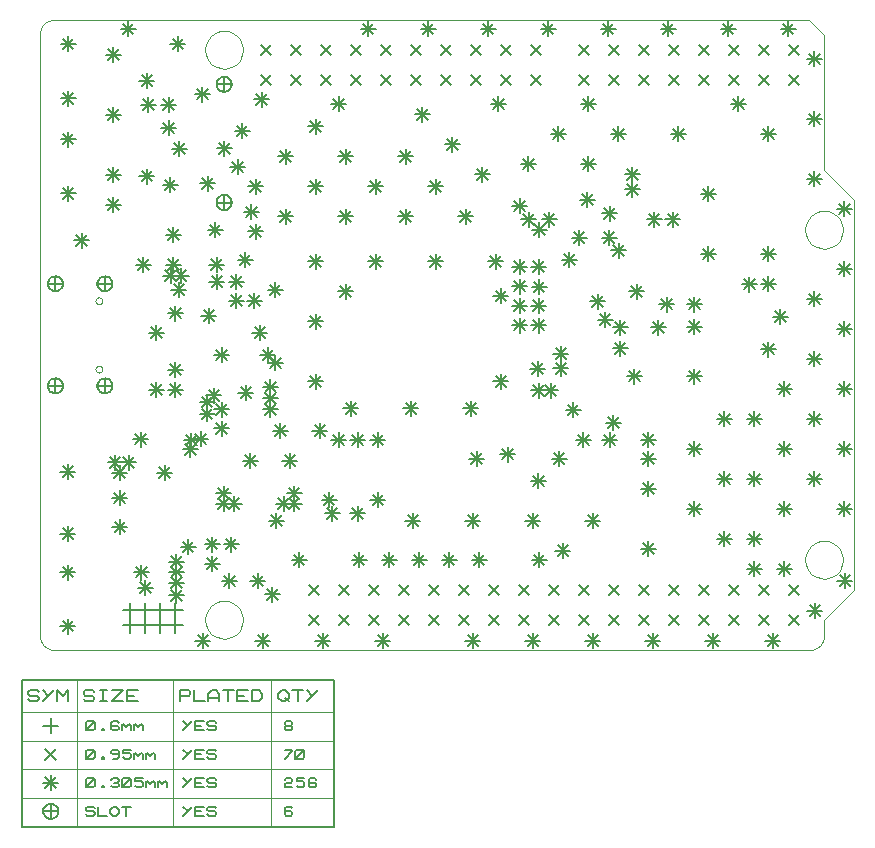
<source format=gbr>
G04 PROTEUS RS274X GERBER FILE*
%FSLAX45Y45*%
%MOMM*%
G01*
%ADD57C,0.152400*%
%ADD55C,0.025400*%
%ADD45C,0.127000*%
%ADD136C,0.063500*%
D57*
X+1953950Y+2289875D02*
X+1953950Y+2162875D01*
X+1890450Y+2226375D02*
X+2017450Y+2226375D01*
X+1909049Y+2271276D02*
X+1998851Y+2181474D01*
X+1909049Y+2181474D02*
X+1998851Y+2271276D01*
X+1953950Y+2194300D02*
X+1953950Y+2067300D01*
X+1890450Y+2130800D02*
X+2017450Y+2130800D01*
X+1909049Y+2175701D02*
X+1998851Y+2085899D01*
X+1909049Y+2085899D02*
X+1998851Y+2175701D01*
X+1953950Y+2099050D02*
X+1953950Y+1972050D01*
X+1890450Y+2035550D02*
X+2017450Y+2035550D01*
X+1909049Y+2080451D02*
X+1998851Y+1990649D01*
X+1909049Y+1990649D02*
X+1998851Y+2080451D01*
X+908050Y+4075450D02*
X+908050Y+3948450D01*
X+844550Y+4011950D02*
X+971550Y+4011950D01*
X+863149Y+4056851D02*
X+952951Y+3967049D01*
X+863149Y+3967049D02*
X+952951Y+4056851D01*
X+1499350Y+3325400D02*
X+1499350Y+3198400D01*
X+1435850Y+3261900D02*
X+1562850Y+3261900D01*
X+1454449Y+3306801D02*
X+1544251Y+3216999D01*
X+1454449Y+3216999D02*
X+1544251Y+3306801D01*
X+5153600Y+1682250D02*
X+5153600Y+1555250D01*
X+5090100Y+1618750D02*
X+5217100Y+1618750D01*
X+5108699Y+1663651D02*
X+5198501Y+1573849D01*
X+5108699Y+1573849D02*
X+5198501Y+1663651D01*
X+4412900Y+2570499D02*
X+4412900Y+2443499D01*
X+4349400Y+2506999D02*
X+4476400Y+2506999D01*
X+4367999Y+2551900D02*
X+4457801Y+2462098D01*
X+4367999Y+2462098D02*
X+4457801Y+2551900D01*
X+4412900Y+2446049D02*
X+4412900Y+2319049D01*
X+4349400Y+2382549D02*
X+4476400Y+2382549D01*
X+4367999Y+2427450D02*
X+4457801Y+2337648D01*
X+4367999Y+2337648D02*
X+4457801Y+2427450D01*
X+1620500Y+958950D02*
X+1620500Y+831950D01*
X+1557000Y+895450D02*
X+1684000Y+895450D01*
X+1575599Y+940351D02*
X+1665401Y+850549D01*
X+1575599Y+850549D02*
X+1665401Y+940351D01*
X+4724050Y+3013749D02*
X+4724050Y+2886749D01*
X+4660550Y+2950249D02*
X+4787550Y+2950249D01*
X+4679149Y+2995150D02*
X+4768951Y+2905348D01*
X+4679149Y+2905348D02*
X+4768951Y+2995150D01*
X+4821650Y+3554499D02*
X+4821650Y+3427499D01*
X+4758150Y+3490999D02*
X+4885150Y+3490999D01*
X+4776749Y+3535900D02*
X+4866551Y+3446098D01*
X+4776749Y+3446098D02*
X+4866551Y+3535900D01*
X+4901650Y+3446549D02*
X+4901650Y+3319549D01*
X+4838150Y+3383049D02*
X+4965150Y+3383049D01*
X+4856749Y+3427950D02*
X+4946551Y+3338148D01*
X+4856749Y+3338148D02*
X+4946551Y+3427950D01*
X+4064000Y+2978150D02*
X+4064000Y+2851150D01*
X+4000500Y+2914650D02*
X+4127500Y+2914650D01*
X+4019099Y+2959551D02*
X+4108901Y+2869749D01*
X+4019099Y+2869749D02*
X+4108901Y+2959551D01*
X+1933050Y+2560750D02*
X+1933050Y+2433750D01*
X+1869550Y+2497250D02*
X+1996550Y+2497250D01*
X+1888149Y+2542151D02*
X+1977951Y+2452349D01*
X+1888149Y+2452349D02*
X+1977951Y+2542151D01*
X+5018000Y+4089400D02*
X+5018000Y+3962400D01*
X+4954500Y+4025900D02*
X+5081500Y+4025900D01*
X+4973099Y+4070801D02*
X+5062901Y+3980999D01*
X+4973099Y+3980999D02*
X+5062901Y+4070801D01*
X+4064000Y+3822700D02*
X+4064000Y+3695700D01*
X+4000500Y+3759200D02*
X+4127500Y+3759200D01*
X+4019099Y+3804101D02*
X+4108901Y+3714299D01*
X+4019099Y+3714299D02*
X+4108901Y+3804101D01*
X+1377950Y+4768850D02*
X+1377950Y+4641850D01*
X+1314450Y+4705350D02*
X+1441450Y+4705350D01*
X+1333049Y+4750251D02*
X+1422851Y+4660449D01*
X+1333049Y+4660449D02*
X+1422851Y+4750251D01*
X+4787550Y+2858300D02*
X+4787550Y+2731300D01*
X+4724050Y+2794800D02*
X+4851050Y+2794800D01*
X+4742649Y+2839701D02*
X+4832451Y+2749899D01*
X+4742649Y+2749899D02*
X+4832451Y+2839701D01*
X+4229725Y+3137525D02*
X+4229725Y+3010525D01*
X+4166225Y+3074025D02*
X+4293225Y+3074025D01*
X+4184824Y+3118926D02*
X+4274626Y+3029124D01*
X+4184824Y+3029124D02*
X+4274626Y+3118926D01*
X+4224000Y+3308350D02*
X+4224000Y+3181350D01*
X+4160500Y+3244850D02*
X+4287500Y+3244850D01*
X+4179099Y+3289751D02*
X+4268901Y+3199949D01*
X+4179099Y+3199949D02*
X+4268901Y+3289751D01*
X+908050Y+4881900D02*
X+908050Y+4754900D01*
X+844550Y+4818400D02*
X+971550Y+4818400D01*
X+863149Y+4863301D02*
X+952951Y+4773499D01*
X+863149Y+4773499D02*
X+952951Y+4863301D01*
X+1541200Y+2099050D02*
X+1541200Y+1972050D01*
X+1477700Y+2035550D02*
X+1604700Y+2035550D01*
X+1496299Y+2080451D02*
X+1586101Y+1990649D01*
X+1496299Y+1990649D02*
X+1586101Y+2080451D01*
X+1666300Y+3181200D02*
X+1666300Y+3054200D01*
X+1602800Y+3117700D02*
X+1729800Y+3117700D01*
X+1621399Y+3162601D02*
X+1711201Y+3072799D01*
X+1621399Y+3072799D02*
X+1711201Y+3162601D01*
X+1541200Y+2560750D02*
X+1541200Y+2433750D01*
X+1477700Y+2497250D02*
X+1604700Y+2497250D01*
X+1496299Y+2542151D02*
X+1586101Y+2452349D01*
X+1496299Y+2452349D02*
X+1586101Y+2542151D01*
X+1996500Y+2494150D02*
X+1996500Y+2367150D01*
X+1933000Y+2430650D02*
X+2060000Y+2430650D01*
X+1951599Y+2475551D02*
X+2041401Y+2385749D01*
X+1951599Y+2385749D02*
X+2041401Y+2475551D01*
X+4216400Y+2444750D02*
X+4216400Y+2317750D01*
X+4152900Y+2381250D02*
X+4279900Y+2381250D01*
X+4171499Y+2426151D02*
X+4261301Y+2336349D01*
X+4171499Y+2336349D02*
X+4261301Y+2426151D01*
X+1666300Y+3021200D02*
X+1666300Y+2894200D01*
X+1602800Y+2957700D02*
X+1729800Y+2957700D01*
X+1621399Y+3002601D02*
X+1711201Y+2912799D01*
X+1621399Y+2912799D02*
X+1711201Y+3002601D01*
X+4224000Y+2978150D02*
X+4224000Y+2851150D01*
X+4160500Y+2914650D02*
X+4287500Y+2914650D01*
X+4179099Y+2959551D02*
X+4268901Y+2869749D01*
X+4179099Y+2869749D02*
X+4268901Y+2959551D01*
X+1818700Y+3021200D02*
X+1818700Y+2894200D01*
X+1755200Y+2957700D02*
X+1882200Y+2957700D01*
X+1773799Y+3002601D02*
X+1863601Y+2912799D01*
X+1773799Y+2912799D02*
X+1863601Y+3002601D01*
X+4064000Y+3308350D02*
X+4064000Y+3181350D01*
X+4000500Y+3244850D02*
X+4127500Y+3244850D01*
X+4019099Y+3289751D02*
X+4108901Y+3199949D01*
X+4019099Y+3199949D02*
X+4108901Y+3289751D01*
X+4064000Y+3143250D02*
X+4064000Y+3016250D01*
X+4000500Y+3079750D02*
X+4127500Y+3079750D01*
X+4019099Y+3124651D02*
X+4108901Y+3034849D01*
X+4019099Y+3034849D02*
X+4108901Y+3124651D01*
X+1501200Y+3181200D02*
X+1501200Y+3054200D01*
X+1437700Y+3117700D02*
X+1564700Y+3117700D01*
X+1456299Y+3162601D02*
X+1546101Y+3072799D01*
X+1456299Y+3072799D02*
X+1546101Y+3162601D01*
X+1646100Y+1300400D02*
X+1646100Y+1173400D01*
X+1582600Y+1236900D02*
X+1709600Y+1236900D01*
X+1601199Y+1281801D02*
X+1691001Y+1191999D01*
X+1601199Y+1191999D02*
X+1691001Y+1281801D01*
X+5018000Y+3962400D02*
X+5018000Y+3835400D01*
X+4954500Y+3898900D02*
X+5081500Y+3898900D01*
X+4973099Y+3943801D02*
X+5062901Y+3853999D01*
X+4973099Y+3853999D02*
X+5062901Y+3943801D01*
X+6170100Y+3162299D02*
X+6170100Y+3035299D01*
X+6106600Y+3098799D02*
X+6233600Y+3098799D01*
X+6125199Y+3143700D02*
X+6215001Y+3053898D01*
X+6125199Y+3053898D02*
X+6215001Y+3143700D01*
X+4064000Y+2813050D02*
X+4064000Y+2686050D01*
X+4000500Y+2749550D02*
X+4127500Y+2749550D01*
X+4019099Y+2794451D02*
X+4108901Y+2704649D01*
X+4019099Y+2704649D02*
X+4108901Y+2794451D01*
X+1460500Y+793850D02*
X+1460500Y+666850D01*
X+1397000Y+730350D02*
X+1524000Y+730350D01*
X+1415599Y+775251D02*
X+1505401Y+685449D01*
X+1415599Y+685449D02*
X+1505401Y+775251D01*
X+1460500Y+958950D02*
X+1460500Y+831950D01*
X+1397000Y+895450D02*
X+1524000Y+895450D01*
X+1415599Y+940351D02*
X+1505401Y+850549D01*
X+1415599Y+850549D02*
X+1505401Y+940351D01*
X+4224000Y+2260600D02*
X+4224000Y+2133600D01*
X+4160500Y+2197100D02*
X+4287500Y+2197100D01*
X+4179099Y+2242001D02*
X+4268901Y+2152199D01*
X+4179099Y+2152199D02*
X+4268901Y+2242001D01*
X+4325600Y+2260600D02*
X+4325600Y+2133600D01*
X+4262100Y+2197100D02*
X+4389100Y+2197100D01*
X+4280699Y+2242001D02*
X+4370501Y+2152199D01*
X+4280699Y+2152199D02*
X+4370501Y+2242001D01*
X+5154350Y+1843000D02*
X+5154350Y+1716000D01*
X+5090850Y+1779500D02*
X+5217850Y+1779500D01*
X+5109449Y+1824401D02*
X+5199251Y+1734599D01*
X+5109449Y+1734599D02*
X+5199251Y+1824401D01*
X+5238750Y+2794000D02*
X+5238750Y+2667000D01*
X+5175250Y+2730500D02*
X+5302250Y+2730500D01*
X+5193849Y+2775401D02*
X+5283651Y+2685599D01*
X+5193849Y+2685599D02*
X+5283651Y+2775401D01*
X+5201900Y+3708400D02*
X+5201900Y+3581400D01*
X+5138400Y+3644900D02*
X+5265400Y+3644900D01*
X+5156999Y+3689801D02*
X+5246801Y+3599999D01*
X+5156999Y+3599999D02*
X+5246801Y+3689801D01*
X+6010100Y+3160592D02*
X+6010100Y+3033592D01*
X+5946600Y+3097092D02*
X+6073600Y+3097092D01*
X+5965199Y+3141993D02*
X+6055001Y+3052191D01*
X+5965199Y+3052191D02*
X+6055001Y+3141993D01*
X+4914900Y+2794000D02*
X+4914900Y+2667000D01*
X+4851400Y+2730500D02*
X+4978400Y+2730500D01*
X+4869999Y+2775401D02*
X+4959801Y+2685599D01*
X+4869999Y+2685599D02*
X+4959801Y+2775401D01*
X+4224000Y+2813050D02*
X+4224000Y+2686050D01*
X+4160500Y+2749550D02*
X+4287500Y+2749550D01*
X+4179099Y+2794451D02*
X+4268901Y+2704649D01*
X+4179099Y+2704649D02*
X+4268901Y+2794451D01*
X+5361900Y+3708400D02*
X+5361900Y+3581400D01*
X+5298400Y+3644900D02*
X+5425400Y+3644900D01*
X+5316999Y+3689801D02*
X+5406801Y+3599999D01*
X+5316999Y+3599999D02*
X+5406801Y+3689801D01*
X+4914900Y+2616200D02*
X+4914900Y+2489200D01*
X+4851400Y+2552700D02*
X+4978400Y+2552700D01*
X+4869999Y+2597601D02*
X+4959801Y+2507799D01*
X+4869999Y+2507799D02*
X+4959801Y+2597601D01*
X+1746250Y+2241550D02*
X+1746250Y+2114550D01*
X+1682750Y+2178050D02*
X+1809750Y+2178050D01*
X+1701349Y+2222951D02*
X+1791151Y+2133149D01*
X+1701349Y+2133149D02*
X+1791151Y+2222951D01*
X+4826000Y+3759200D02*
X+4826000Y+3632200D01*
X+4762500Y+3695700D02*
X+4889500Y+3695700D01*
X+4781099Y+3740601D02*
X+4870901Y+3650799D01*
X+4781099Y+3650799D02*
X+4870901Y+3740601D01*
X+241300Y+5194300D02*
X+241300Y+5067300D01*
X+177800Y+5130800D02*
X+304800Y+5130800D01*
X+196399Y+5175701D02*
X+286201Y+5085899D01*
X+196399Y+5085899D02*
X+286201Y+5175701D01*
X+241300Y+4734300D02*
X+241300Y+4607300D01*
X+177800Y+4670800D02*
X+304800Y+4670800D01*
X+196399Y+4715701D02*
X+286201Y+4625899D01*
X+196399Y+4625899D02*
X+286201Y+4715701D01*
X+241300Y+4387850D02*
X+241300Y+4260850D01*
X+177800Y+4324350D02*
X+304800Y+4324350D01*
X+196399Y+4369251D02*
X+286201Y+4279449D01*
X+196399Y+4279449D02*
X+286201Y+4369251D01*
X+241300Y+3927850D02*
X+241300Y+3800850D01*
X+177800Y+3864350D02*
X+304800Y+3864350D01*
X+196399Y+3909251D02*
X+286201Y+3819449D01*
X+196399Y+3819449D02*
X+286201Y+3909251D01*
X+355600Y+3530600D02*
X+355600Y+3403600D01*
X+292100Y+3467100D02*
X+419100Y+3467100D01*
X+310699Y+3512001D02*
X+400501Y+3422199D01*
X+310699Y+3422199D02*
X+400501Y+3512001D01*
X+240001Y+1573500D02*
X+240001Y+1446500D01*
X+176501Y+1510000D02*
X+303501Y+1510000D01*
X+195100Y+1554901D02*
X+284902Y+1465099D01*
X+195100Y+1465099D02*
X+284902Y+1554901D01*
X+240250Y+265650D02*
X+240250Y+138650D01*
X+176750Y+202150D02*
X+303750Y+202150D01*
X+195349Y+247051D02*
X+285151Y+157249D01*
X+195349Y+157249D02*
X+285151Y+247051D01*
X+1383250Y+140750D02*
X+1383250Y+13750D01*
X+1319750Y+77250D02*
X+1446750Y+77250D01*
X+1338349Y+122151D02*
X+1428151Y+32349D01*
X+1338349Y+32349D02*
X+1428151Y+122151D01*
X+1891250Y+140750D02*
X+1891250Y+13750D01*
X+1827750Y+77250D02*
X+1954750Y+77250D01*
X+1846349Y+122151D02*
X+1936151Y+32349D01*
X+1846349Y+32349D02*
X+1936151Y+122151D01*
X+2399250Y+140750D02*
X+2399250Y+13750D01*
X+2335750Y+77250D02*
X+2462750Y+77250D01*
X+2354349Y+122151D02*
X+2444151Y+32349D01*
X+2354349Y+32349D02*
X+2444151Y+122151D01*
X+2907250Y+140750D02*
X+2907250Y+13750D01*
X+2843750Y+77250D02*
X+2970750Y+77250D01*
X+2862349Y+122151D02*
X+2952151Y+32349D01*
X+2862349Y+32349D02*
X+2952151Y+122151D01*
X+3669250Y+140750D02*
X+3669250Y+13750D01*
X+3605750Y+77250D02*
X+3732750Y+77250D01*
X+3624349Y+122151D02*
X+3714151Y+32349D01*
X+3624349Y+32349D02*
X+3714151Y+122151D01*
X+4177250Y+140750D02*
X+4177250Y+13750D01*
X+4113750Y+77250D02*
X+4240750Y+77250D01*
X+4132349Y+122151D02*
X+4222151Y+32349D01*
X+4132349Y+32349D02*
X+4222151Y+122151D01*
X+4685250Y+140750D02*
X+4685250Y+13750D01*
X+4621750Y+77250D02*
X+4748750Y+77250D01*
X+4640349Y+122151D02*
X+4730151Y+32349D01*
X+4640349Y+32349D02*
X+4730151Y+122151D01*
X+5193250Y+140750D02*
X+5193250Y+13750D01*
X+5129750Y+77250D02*
X+5256750Y+77250D01*
X+5148349Y+122151D02*
X+5238151Y+32349D01*
X+5148349Y+32349D02*
X+5238151Y+122151D01*
X+5701250Y+140750D02*
X+5701250Y+13750D01*
X+5637750Y+77250D02*
X+5764750Y+77250D01*
X+5656349Y+122151D02*
X+5746151Y+32349D01*
X+5656349Y+32349D02*
X+5746151Y+122151D01*
X+6209250Y+140750D02*
X+6209250Y+13750D01*
X+6145750Y+77250D02*
X+6272750Y+77250D01*
X+6164349Y+122151D02*
X+6254151Y+32349D01*
X+6164349Y+32349D02*
X+6254151Y+122151D01*
X+6564850Y+394750D02*
X+6564850Y+267750D01*
X+6501350Y+331250D02*
X+6628350Y+331250D01*
X+6519949Y+376151D02*
X+6609751Y+286349D01*
X+6519949Y+286349D02*
X+6609751Y+376151D01*
X+6818850Y+648750D02*
X+6818850Y+521750D01*
X+6755350Y+585250D02*
X+6882350Y+585250D01*
X+6773949Y+630151D02*
X+6863751Y+540349D01*
X+6773949Y+540349D02*
X+6863751Y+630151D01*
X+1433801Y+2894300D02*
X+1433801Y+2767300D01*
X+1370301Y+2830800D02*
X+1497301Y+2830800D01*
X+1388900Y+2875701D02*
X+1478702Y+2785899D01*
X+1388900Y+2785899D02*
X+1478702Y+2875701D01*
X+1865601Y+2748250D02*
X+1865601Y+2621250D01*
X+1802101Y+2684750D02*
X+1929101Y+2684750D01*
X+1820700Y+2729651D02*
X+1910502Y+2639849D01*
X+1820700Y+2639849D02*
X+1910502Y+2729651D01*
X+2336800Y+2844800D02*
X+2336800Y+2717800D01*
X+2273300Y+2781300D02*
X+2400300Y+2781300D01*
X+2291899Y+2826201D02*
X+2381701Y+2736399D01*
X+2291899Y+2736399D02*
X+2381701Y+2826201D01*
X+1485900Y+3619500D02*
X+1485900Y+3492500D01*
X+1422400Y+3556000D02*
X+1549400Y+3556000D01*
X+1440999Y+3600901D02*
X+1530801Y+3511099D01*
X+1440999Y+3511099D02*
X+1530801Y+3600901D01*
X+1739900Y+3365500D02*
X+1739900Y+3238500D01*
X+1676400Y+3302000D02*
X+1803400Y+3302000D01*
X+1694999Y+3346901D02*
X+1784801Y+3257099D01*
X+1694999Y+3257099D02*
X+1784801Y+3346901D01*
X+1993900Y+3111500D02*
X+1993900Y+2984500D01*
X+1930400Y+3048000D02*
X+2057400Y+3048000D01*
X+1948999Y+3092901D02*
X+2038801Y+3003099D01*
X+1948999Y+3003099D02*
X+2038801Y+3092901D01*
X+1104900Y+4000500D02*
X+1104900Y+3873500D01*
X+1041400Y+3937000D02*
X+1168400Y+3937000D01*
X+1059999Y+3981901D02*
X+1149801Y+3892099D01*
X+1059999Y+3892099D02*
X+1149801Y+3981901D01*
X+1131050Y+3325400D02*
X+1131050Y+3198400D01*
X+1067550Y+3261900D02*
X+1194550Y+3261900D01*
X+1086149Y+3306801D02*
X+1175951Y+3216999D01*
X+1086149Y+3216999D02*
X+1175951Y+3306801D01*
X+1131050Y+3579400D02*
X+1131050Y+3452400D01*
X+1067550Y+3515900D02*
X+1194550Y+3515900D01*
X+1086149Y+3560801D02*
X+1175951Y+3470999D01*
X+1086149Y+3470999D02*
X+1175951Y+3560801D01*
X+623050Y+4087400D02*
X+623050Y+3960400D01*
X+559550Y+4023900D02*
X+686550Y+4023900D01*
X+578149Y+4068801D02*
X+667951Y+3978999D01*
X+578149Y+3978999D02*
X+667951Y+4068801D01*
X+623050Y+4595400D02*
X+623050Y+4468400D01*
X+559550Y+4531900D02*
X+686550Y+4531900D01*
X+578149Y+4576801D02*
X+667951Y+4486999D01*
X+578149Y+4486999D02*
X+667951Y+4576801D01*
X+623050Y+5103400D02*
X+623050Y+4976400D01*
X+559550Y+5039900D02*
X+686550Y+5039900D01*
X+578149Y+5084801D02*
X+667951Y+4994999D01*
X+578149Y+4994999D02*
X+667951Y+5084801D01*
X+749300Y+5321300D02*
X+749300Y+5194300D01*
X+685800Y+5257800D02*
X+812800Y+5257800D01*
X+704399Y+5302701D02*
X+794201Y+5212899D01*
X+704399Y+5212899D02*
X+794201Y+5302701D01*
X+2781300Y+5321300D02*
X+2781300Y+5194300D01*
X+2717800Y+5257800D02*
X+2844800Y+5257800D01*
X+2736399Y+5302701D02*
X+2826201Y+5212899D01*
X+2736399Y+5212899D02*
X+2826201Y+5302701D01*
X+3289300Y+5321300D02*
X+3289300Y+5194300D01*
X+3225800Y+5257800D02*
X+3352800Y+5257800D01*
X+3244399Y+5302701D02*
X+3334201Y+5212899D01*
X+3244399Y+5212899D02*
X+3334201Y+5302701D01*
X+3797300Y+5321300D02*
X+3797300Y+5194300D01*
X+3733800Y+5257800D02*
X+3860800Y+5257800D01*
X+3752399Y+5302701D02*
X+3842201Y+5212899D01*
X+3752399Y+5212899D02*
X+3842201Y+5302701D01*
X+4305300Y+5321300D02*
X+4305300Y+5194300D01*
X+4241800Y+5257800D02*
X+4368800Y+5257800D01*
X+4260399Y+5302701D02*
X+4350201Y+5212899D01*
X+4260399Y+5212899D02*
X+4350201Y+5302701D01*
X+4813300Y+5321300D02*
X+4813300Y+5194300D01*
X+4749800Y+5257800D02*
X+4876800Y+5257800D01*
X+4768399Y+5302701D02*
X+4858201Y+5212899D01*
X+4768399Y+5212899D02*
X+4858201Y+5302701D01*
X+5321300Y+5321300D02*
X+5321300Y+5194300D01*
X+5257800Y+5257800D02*
X+5384800Y+5257800D01*
X+5276399Y+5302701D02*
X+5366201Y+5212899D01*
X+5276399Y+5212899D02*
X+5366201Y+5302701D01*
X+5829300Y+5321300D02*
X+5829300Y+5194300D01*
X+5765800Y+5257800D02*
X+5892800Y+5257800D01*
X+5784399Y+5302701D02*
X+5874201Y+5212899D01*
X+5784399Y+5212899D02*
X+5874201Y+5302701D01*
X+6337300Y+5321300D02*
X+6337300Y+5194300D01*
X+6273800Y+5257800D02*
X+6400800Y+5257800D01*
X+6292399Y+5302701D02*
X+6382201Y+5212899D01*
X+6292399Y+5212899D02*
X+6382201Y+5302701D01*
X+6559550Y+5067300D02*
X+6559550Y+4940300D01*
X+6496050Y+5003800D02*
X+6623050Y+5003800D01*
X+6514649Y+5048701D02*
X+6604451Y+4958899D01*
X+6514649Y+4958899D02*
X+6604451Y+5048701D01*
X+6559550Y+4559300D02*
X+6559550Y+4432300D01*
X+6496050Y+4495800D02*
X+6623050Y+4495800D01*
X+6514649Y+4540701D02*
X+6604451Y+4450899D01*
X+6514649Y+4450899D02*
X+6604451Y+4540701D01*
X+6559550Y+4051300D02*
X+6559550Y+3924300D01*
X+6496050Y+3987800D02*
X+6623050Y+3987800D01*
X+6514649Y+4032701D02*
X+6604451Y+3942899D01*
X+6514649Y+3942899D02*
X+6604451Y+4032701D01*
X+6813550Y+3797300D02*
X+6813550Y+3670300D01*
X+6750050Y+3733800D02*
X+6877050Y+3733800D01*
X+6768649Y+3778701D02*
X+6858451Y+3688899D01*
X+6768649Y+3688899D02*
X+6858451Y+3778701D01*
X+6813550Y+3289300D02*
X+6813550Y+3162300D01*
X+6750050Y+3225800D02*
X+6877050Y+3225800D01*
X+6768649Y+3270701D02*
X+6858451Y+3180899D01*
X+6768649Y+3180899D02*
X+6858451Y+3270701D01*
X+6813550Y+2781300D02*
X+6813550Y+2654300D01*
X+6750050Y+2717800D02*
X+6877050Y+2717800D01*
X+6768649Y+2762701D02*
X+6858451Y+2672899D01*
X+6768649Y+2672899D02*
X+6858451Y+2762701D01*
X+6813550Y+2273300D02*
X+6813550Y+2146300D01*
X+6750050Y+2209800D02*
X+6877050Y+2209800D01*
X+6768649Y+2254701D02*
X+6858451Y+2164899D01*
X+6768649Y+2164899D02*
X+6858451Y+2254701D01*
X+6813550Y+1765300D02*
X+6813550Y+1638300D01*
X+6750050Y+1701800D02*
X+6877050Y+1701800D01*
X+6768649Y+1746701D02*
X+6858451Y+1656899D01*
X+6768649Y+1656899D02*
X+6858451Y+1746701D01*
X+6813550Y+1257300D02*
X+6813550Y+1130300D01*
X+6750050Y+1193800D02*
X+6877050Y+1193800D01*
X+6768649Y+1238701D02*
X+6858451Y+1148899D01*
X+6768649Y+1148899D02*
X+6858451Y+1238701D01*
X+6305550Y+1257300D02*
X+6305550Y+1130300D01*
X+6242050Y+1193800D02*
X+6369050Y+1193800D01*
X+6260649Y+1238701D02*
X+6350451Y+1148899D01*
X+6260649Y+1148899D02*
X+6350451Y+1238701D01*
X+6305550Y+749300D02*
X+6305550Y+622300D01*
X+6242050Y+685800D02*
X+6369050Y+685800D01*
X+6260649Y+730701D02*
X+6350451Y+640899D01*
X+6260649Y+640899D02*
X+6350451Y+730701D01*
X+6051550Y+1003300D02*
X+6051550Y+876300D01*
X+5988050Y+939800D02*
X+6115050Y+939800D01*
X+6006649Y+984701D02*
X+6096451Y+894899D01*
X+6006649Y+894899D02*
X+6096451Y+984701D01*
X+6051550Y+1511300D02*
X+6051550Y+1384300D01*
X+5988050Y+1447800D02*
X+6115050Y+1447800D01*
X+6006649Y+1492701D02*
X+6096451Y+1402899D01*
X+6006649Y+1402899D02*
X+6096451Y+1492701D01*
X+6559550Y+1511300D02*
X+6559550Y+1384300D01*
X+6496050Y+1447800D02*
X+6623050Y+1447800D01*
X+6514649Y+1492701D02*
X+6604451Y+1402899D01*
X+6514649Y+1402899D02*
X+6604451Y+1492701D01*
X+6305550Y+1765300D02*
X+6305550Y+1638300D01*
X+6242050Y+1701800D02*
X+6369050Y+1701800D01*
X+6260649Y+1746701D02*
X+6350451Y+1656899D01*
X+6260649Y+1656899D02*
X+6350451Y+1746701D01*
X+6051550Y+2019300D02*
X+6051550Y+1892300D01*
X+5988050Y+1955800D02*
X+6115050Y+1955800D01*
X+6006649Y+2000701D02*
X+6096451Y+1910899D01*
X+6006649Y+1910899D02*
X+6096451Y+2000701D01*
X+6559550Y+2019300D02*
X+6559550Y+1892300D01*
X+6496050Y+1955800D02*
X+6623050Y+1955800D01*
X+6514649Y+2000701D02*
X+6604451Y+1910899D01*
X+6514649Y+1910899D02*
X+6604451Y+2000701D01*
X+6305550Y+2273300D02*
X+6305550Y+2146300D01*
X+6242050Y+2209800D02*
X+6369050Y+2209800D01*
X+6260649Y+2254701D02*
X+6350451Y+2164899D01*
X+6260649Y+2164899D02*
X+6350451Y+2254701D01*
X+6559550Y+2527300D02*
X+6559550Y+2400300D01*
X+6496050Y+2463800D02*
X+6623050Y+2463800D01*
X+6514649Y+2508701D02*
X+6604451Y+2418899D01*
X+6514649Y+2418899D02*
X+6604451Y+2508701D01*
X+6559550Y+3035300D02*
X+6559550Y+2908300D01*
X+6496050Y+2971800D02*
X+6623050Y+2971800D01*
X+6514649Y+3016701D02*
X+6604451Y+2926899D01*
X+6514649Y+2926899D02*
X+6604451Y+3016701D01*
X+6051550Y+749300D02*
X+6051550Y+622300D01*
X+5988050Y+685800D02*
X+6115050Y+685800D01*
X+6006649Y+730701D02*
X+6096451Y+640899D01*
X+6006649Y+640899D02*
X+6096451Y+730701D01*
X+5797550Y+1003300D02*
X+5797550Y+876300D01*
X+5734050Y+939800D02*
X+5861050Y+939800D01*
X+5752649Y+984701D02*
X+5842451Y+894899D01*
X+5752649Y+894899D02*
X+5842451Y+984701D01*
X+5543550Y+1257300D02*
X+5543550Y+1130300D01*
X+5480050Y+1193800D02*
X+5607050Y+1193800D01*
X+5498649Y+1238701D02*
X+5588451Y+1148899D01*
X+5498649Y+1148899D02*
X+5588451Y+1238701D01*
X+5797550Y+1511300D02*
X+5797550Y+1384300D01*
X+5734050Y+1447800D02*
X+5861050Y+1447800D01*
X+5752649Y+1492701D02*
X+5842451Y+1402899D01*
X+5752649Y+1402899D02*
X+5842451Y+1492701D01*
X+5543550Y+1765300D02*
X+5543550Y+1638300D01*
X+5480050Y+1701800D02*
X+5607050Y+1701800D01*
X+5498649Y+1746701D02*
X+5588451Y+1656899D01*
X+5498649Y+1656899D02*
X+5588451Y+1746701D01*
X+5797550Y+2019300D02*
X+5797550Y+1892300D01*
X+5734050Y+1955800D02*
X+5861050Y+1955800D01*
X+5752649Y+2000701D02*
X+5842451Y+1910899D01*
X+5752649Y+1910899D02*
X+5842451Y+2000701D01*
X+5153600Y+1428250D02*
X+5153600Y+1301250D01*
X+5090100Y+1364750D02*
X+5217100Y+1364750D01*
X+5108699Y+1409651D02*
X+5198501Y+1319849D01*
X+5108699Y+1319849D02*
X+5198501Y+1409651D01*
X+5153600Y+920250D02*
X+5153600Y+793250D01*
X+5090100Y+856750D02*
X+5217100Y+856750D01*
X+5108699Y+901651D02*
X+5198501Y+811849D01*
X+5108699Y+811849D02*
X+5198501Y+901651D01*
X+4516073Y+2095500D02*
X+4516073Y+1968500D01*
X+4452573Y+2032000D02*
X+4579573Y+2032000D01*
X+4471172Y+2076901D02*
X+4560974Y+1987099D01*
X+4471172Y+1987099D02*
X+4560974Y+2076901D01*
X+5035550Y+2381250D02*
X+5035550Y+2254250D01*
X+4972050Y+2317750D02*
X+5099050Y+2317750D01*
X+4990649Y+2362651D02*
X+5080451Y+2272849D01*
X+4990649Y+2272849D02*
X+5080451Y+2362651D01*
X+5543550Y+2381250D02*
X+5543550Y+2254250D01*
X+5480050Y+2317750D02*
X+5607050Y+2317750D01*
X+5498649Y+2362651D02*
X+5588451Y+2272849D01*
X+5498649Y+2272849D02*
X+5588451Y+2362651D01*
X+5543550Y+2800350D02*
X+5543550Y+2673350D01*
X+5480050Y+2736850D02*
X+5607050Y+2736850D01*
X+5498649Y+2781751D02*
X+5588451Y+2691949D01*
X+5498649Y+2691949D02*
X+5588451Y+2781751D01*
X+6170100Y+2609849D02*
X+6170100Y+2482849D01*
X+6106600Y+2546349D02*
X+6233600Y+2546349D01*
X+6125199Y+2591250D02*
X+6215001Y+2501448D01*
X+6125199Y+2501448D02*
X+6215001Y+2591250D01*
X+6271720Y+2884169D02*
X+6271720Y+2757169D01*
X+6208220Y+2820669D02*
X+6335220Y+2820669D01*
X+6226819Y+2865570D02*
X+6316621Y+2775768D01*
X+6226819Y+2775768D02*
X+6316621Y+2865570D01*
X+5543550Y+2990850D02*
X+5543550Y+2863850D01*
X+5480050Y+2927350D02*
X+5607050Y+2927350D01*
X+5498649Y+2972251D02*
X+5588451Y+2882449D01*
X+5498649Y+2882449D02*
X+5588451Y+2972251D01*
X+5308600Y+2990850D02*
X+5308600Y+2863850D01*
X+5245100Y+2927350D02*
X+5372100Y+2927350D01*
X+5263699Y+2972251D02*
X+5353501Y+2882449D01*
X+5263699Y+2882449D02*
X+5353501Y+2972251D01*
X+6170100Y+3416299D02*
X+6170100Y+3289299D01*
X+6106600Y+3352799D02*
X+6233600Y+3352799D01*
X+6125199Y+3397700D02*
X+6215001Y+3307898D01*
X+6125199Y+3307898D02*
X+6215001Y+3397700D01*
X+6170100Y+4432299D02*
X+6170100Y+4305299D01*
X+6106600Y+4368799D02*
X+6233600Y+4368799D01*
X+6125199Y+4413700D02*
X+6215001Y+4323898D01*
X+6125199Y+4323898D02*
X+6215001Y+4413700D01*
X+5916100Y+4686299D02*
X+5916100Y+4559299D01*
X+5852600Y+4622799D02*
X+5979600Y+4622799D01*
X+5871199Y+4667700D02*
X+5961001Y+4577898D01*
X+5871199Y+4577898D02*
X+5961001Y+4667700D01*
X+5662100Y+3924299D02*
X+5662100Y+3797299D01*
X+5598600Y+3860799D02*
X+5725600Y+3860799D01*
X+5617199Y+3905700D02*
X+5707001Y+3815898D01*
X+5617199Y+3815898D02*
X+5707001Y+3905700D01*
X+5662100Y+3416299D02*
X+5662100Y+3289299D01*
X+5598600Y+3352799D02*
X+5725600Y+3352799D01*
X+5617199Y+3397700D02*
X+5707001Y+3307898D01*
X+5617199Y+3307898D02*
X+5707001Y+3397700D01*
X+5408100Y+4432299D02*
X+5408100Y+4305299D01*
X+5344600Y+4368799D02*
X+5471600Y+4368799D01*
X+5363199Y+4413700D02*
X+5453001Y+4323898D01*
X+5363199Y+4323898D02*
X+5453001Y+4413700D01*
X+4900100Y+4432299D02*
X+4900100Y+4305299D01*
X+4836600Y+4368799D02*
X+4963600Y+4368799D01*
X+4855199Y+4413700D02*
X+4945001Y+4323898D01*
X+4855199Y+4323898D02*
X+4945001Y+4413700D01*
X+4646100Y+4686299D02*
X+4646100Y+4559299D01*
X+4582600Y+4622799D02*
X+4709600Y+4622799D01*
X+4601199Y+4667700D02*
X+4691001Y+4577898D01*
X+4601199Y+4577898D02*
X+4691001Y+4667700D01*
X+3748000Y+4089400D02*
X+3748000Y+3962400D01*
X+3684500Y+4025900D02*
X+3811500Y+4025900D01*
X+3703099Y+4070801D02*
X+3792901Y+3980999D01*
X+3703099Y+3980999D02*
X+3792901Y+4070801D01*
X+3494000Y+4343400D02*
X+3494000Y+4216400D01*
X+3430500Y+4279900D02*
X+3557500Y+4279900D01*
X+3449099Y+4324801D02*
X+3538901Y+4234999D01*
X+3449099Y+4234999D02*
X+3538901Y+4324801D01*
X+1970000Y+533530D02*
X+1970000Y+406530D01*
X+1906500Y+470030D02*
X+2033500Y+470030D01*
X+1925099Y+514931D02*
X+2014901Y+425129D01*
X+1925099Y+425129D02*
X+2014901Y+514931D01*
X+4567650Y+3554499D02*
X+4567650Y+3427499D01*
X+4504150Y+3490999D02*
X+4631150Y+3490999D01*
X+4522749Y+3535900D02*
X+4612551Y+3446098D01*
X+4522749Y+3446098D02*
X+4612551Y+3535900D01*
X+240200Y+1046749D02*
X+240200Y+919749D01*
X+176700Y+983249D02*
X+303700Y+983249D01*
X+195299Y+1028150D02*
X+285101Y+938348D01*
X+195299Y+938348D02*
X+285101Y+1028150D01*
X+3352800Y+3352800D02*
X+3352800Y+3225800D01*
X+3289300Y+3289300D02*
X+3416300Y+3289300D01*
X+3307899Y+3334201D02*
X+3397701Y+3244399D01*
X+3307899Y+3244399D02*
X+3397701Y+3334201D01*
X+2844800Y+3352800D02*
X+2844800Y+3225800D01*
X+2781300Y+3289300D02*
X+2908300Y+3289300D01*
X+2799899Y+3334201D02*
X+2889701Y+3244399D01*
X+2799899Y+3244399D02*
X+2889701Y+3334201D01*
X+4177250Y+1156750D02*
X+4177250Y+1029750D01*
X+4113750Y+1093250D02*
X+4240750Y+1093250D01*
X+4132349Y+1138151D02*
X+4222151Y+1048349D01*
X+4132349Y+1048349D02*
X+4222151Y+1138151D01*
X+4431250Y+902750D02*
X+4431250Y+775750D01*
X+4367750Y+839250D02*
X+4494750Y+839250D01*
X+4386349Y+884151D02*
X+4476151Y+794349D01*
X+4386349Y+794349D02*
X+4476151Y+884151D01*
X+877050Y+3325400D02*
X+877050Y+3198400D01*
X+813550Y+3261900D02*
X+940550Y+3261900D01*
X+832149Y+3306801D02*
X+921951Y+3216999D01*
X+832149Y+3216999D02*
X+921951Y+3306801D01*
X+623050Y+3833400D02*
X+623050Y+3706400D01*
X+559550Y+3769900D02*
X+686550Y+3769900D01*
X+578149Y+3814801D02*
X+667951Y+3724999D01*
X+578149Y+3724999D02*
X+667951Y+3814801D01*
X+2705100Y+825500D02*
X+2705100Y+698500D01*
X+2641600Y+762000D02*
X+2768600Y+762000D01*
X+2660199Y+806901D02*
X+2750001Y+717099D01*
X+2660199Y+717099D02*
X+2750001Y+806901D01*
X+2959100Y+825500D02*
X+2959100Y+698500D01*
X+2895600Y+762000D02*
X+3022600Y+762000D01*
X+2914199Y+806901D02*
X+3004001Y+717099D01*
X+2914199Y+717099D02*
X+3004001Y+806901D01*
X+3721100Y+825500D02*
X+3721100Y+698500D01*
X+3657600Y+762000D02*
X+3784600Y+762000D01*
X+3676199Y+806901D02*
X+3766001Y+717099D01*
X+3676199Y+717099D02*
X+3766001Y+806901D01*
X+4229100Y+825500D02*
X+4229100Y+698500D01*
X+4165600Y+762000D02*
X+4292600Y+762000D01*
X+4184199Y+806901D02*
X+4274001Y+717099D01*
X+4184199Y+717099D02*
X+4274001Y+806901D01*
X+2005550Y+1156750D02*
X+2005550Y+1029750D01*
X+1942050Y+1093250D02*
X+2069050Y+1093250D01*
X+1960649Y+1138151D02*
X+2050451Y+1048349D01*
X+1960649Y+1048349D02*
X+2050451Y+1138151D01*
X+895350Y+589200D02*
X+895350Y+462200D01*
X+831850Y+525700D02*
X+958850Y+525700D01*
X+850449Y+570601D02*
X+940251Y+480799D01*
X+850449Y+480799D02*
X+940251Y+570601D01*
X+1847850Y+647700D02*
X+1847850Y+520700D01*
X+1784350Y+584200D02*
X+1911350Y+584200D01*
X+1802949Y+629101D02*
X+1892751Y+539299D01*
X+1802949Y+539299D02*
X+1892751Y+629101D01*
X+1606550Y+647700D02*
X+1606550Y+520700D01*
X+1543050Y+584200D02*
X+1670050Y+584200D01*
X+1561649Y+629101D02*
X+1651451Y+539299D01*
X+1561649Y+539299D02*
X+1651451Y+629101D01*
X+1257050Y+936090D02*
X+1257050Y+809090D01*
X+1193550Y+872590D02*
X+1320550Y+872590D01*
X+1212149Y+917491D02*
X+1301951Y+827689D01*
X+1212149Y+827689D02*
X+1301951Y+917491D01*
X+1158240Y+721460D02*
X+1158240Y+594460D01*
X+1094740Y+657960D02*
X+1221740Y+657960D01*
X+1113339Y+702861D02*
X+1203141Y+613059D01*
X+1113339Y+613059D02*
X+1203141Y+702861D01*
X+1158240Y+632560D02*
X+1158240Y+505560D01*
X+1094740Y+569060D02*
X+1221740Y+569060D01*
X+1113339Y+613961D02*
X+1203141Y+524159D01*
X+1113339Y+524159D02*
X+1203141Y+613961D01*
X+1158240Y+810360D02*
X+1158240Y+683360D01*
X+1094740Y+746860D02*
X+1221740Y+746860D01*
X+1113339Y+791761D02*
X+1203141Y+701959D01*
X+1113339Y+701959D02*
X+1203141Y+791761D01*
X+679200Y+1105000D02*
X+679200Y+978000D01*
X+615700Y+1041500D02*
X+742700Y+1041500D01*
X+634299Y+1086401D02*
X+724101Y+996599D01*
X+634299Y+996599D02*
X+724101Y+1086401D01*
X+678180Y+1350110D02*
X+678180Y+1223110D01*
X+614680Y+1286610D02*
X+741680Y+1286610D01*
X+633279Y+1331511D02*
X+723081Y+1241709D01*
X+633279Y+1241709D02*
X+723081Y+1331511D01*
X+1059180Y+1563470D02*
X+1059180Y+1436470D01*
X+995680Y+1499970D02*
X+1122680Y+1499970D01*
X+1014279Y+1544871D02*
X+1104081Y+1455069D01*
X+1014279Y+1455069D02*
X+1104081Y+1544871D01*
X+1158240Y+524610D02*
X+1158240Y+397610D01*
X+1094740Y+461110D02*
X+1221740Y+461110D01*
X+1113339Y+506011D02*
X+1203141Y+416209D01*
X+1113339Y+416209D02*
X+1203141Y+506011D01*
X+862330Y+721460D02*
X+862330Y+594460D01*
X+798830Y+657960D02*
X+925830Y+657960D01*
X+817429Y+702861D02*
X+907231Y+613059D01*
X+817429Y+613059D02*
X+907231Y+702861D01*
X+240001Y+721460D02*
X+240001Y+594460D01*
X+176501Y+657960D02*
X+303501Y+657960D01*
X+195100Y+702861D02*
X+284902Y+613059D01*
X+195100Y+613059D02*
X+284902Y+702861D01*
X+5054600Y+3098800D02*
X+5054600Y+2971800D01*
X+4991100Y+3035300D02*
X+5118100Y+3035300D01*
X+5009699Y+3080201D02*
X+5099501Y+2990399D01*
X+5009699Y+2990399D02*
X+5099501Y+3080201D01*
X+4140200Y+3708400D02*
X+4140200Y+3581400D01*
X+4076700Y+3644900D02*
X+4203700Y+3644900D01*
X+4095299Y+3689801D02*
X+4185101Y+3599999D01*
X+4095299Y+3599999D02*
X+4185101Y+3689801D01*
X+4313150Y+3708400D02*
X+4313150Y+3581400D01*
X+4249650Y+3644900D02*
X+4376650Y+3644900D01*
X+4268249Y+3689801D02*
X+4358051Y+3599999D01*
X+4268249Y+3599999D02*
X+4358051Y+3689801D01*
X+4230587Y+3620751D02*
X+4230587Y+3493751D01*
X+4167087Y+3557251D02*
X+4294087Y+3557251D01*
X+4185686Y+3602152D02*
X+4275488Y+3512350D01*
X+4185686Y+3512350D02*
X+4275488Y+3602152D01*
X+4484587Y+3366751D02*
X+4484587Y+3239751D01*
X+4421087Y+3303251D02*
X+4548087Y+3303251D01*
X+4439686Y+3348152D02*
X+4529488Y+3258350D01*
X+4439686Y+3258350D02*
X+4529488Y+3348152D01*
X+4636987Y+3874751D02*
X+4636987Y+3747751D01*
X+4573487Y+3811251D02*
X+4700487Y+3811251D01*
X+4592086Y+3856152D02*
X+4681888Y+3766350D01*
X+4592086Y+3766350D02*
X+4681888Y+3856152D01*
X+1714500Y+4458350D02*
X+1714500Y+4331350D01*
X+1651000Y+4394850D02*
X+1778000Y+4394850D01*
X+1669599Y+4439751D02*
X+1759401Y+4349949D01*
X+1669599Y+4349949D02*
X+1759401Y+4439751D01*
X+1677670Y+4152280D02*
X+1677670Y+4025280D01*
X+1614170Y+4088780D02*
X+1741170Y+4088780D01*
X+1632769Y+4133681D02*
X+1722571Y+4043879D01*
X+1632769Y+4043879D02*
X+1722571Y+4133681D01*
X+1793875Y+3772025D02*
X+1793875Y+3645025D01*
X+1730375Y+3708525D02*
X+1857375Y+3708525D01*
X+1748974Y+3753426D02*
X+1838776Y+3663624D01*
X+1748974Y+3663624D02*
X+1838776Y+3753426D01*
X+920750Y+4679950D02*
X+920750Y+4552950D01*
X+857250Y+4616450D02*
X+984250Y+4616450D01*
X+875849Y+4661351D02*
X+965651Y+4571549D01*
X+875849Y+4571549D02*
X+965651Y+4661351D01*
X+1565275Y+4309125D02*
X+1565275Y+4182125D01*
X+1501775Y+4245625D02*
X+1628775Y+4245625D01*
X+1520374Y+4290526D02*
X+1610176Y+4200724D01*
X+1520374Y+4200724D02*
X+1610176Y+4290526D01*
X+1092200Y+4483100D02*
X+1092200Y+4356100D01*
X+1028700Y+4419600D02*
X+1155700Y+4419600D01*
X+1047299Y+4464501D02*
X+1137101Y+4374699D01*
X+1047299Y+4374699D02*
X+1137101Y+4464501D01*
X+2590800Y+3098800D02*
X+2590800Y+2971800D01*
X+2527300Y+3035300D02*
X+2654300Y+3035300D01*
X+2545899Y+3080201D02*
X+2635701Y+2990399D01*
X+2545899Y+2990399D02*
X+2635701Y+3080201D01*
X+4646100Y+4178299D02*
X+4646100Y+4051299D01*
X+4582600Y+4114799D02*
X+4709600Y+4114799D01*
X+4601199Y+4159700D02*
X+4691001Y+4069898D01*
X+4601199Y+4069898D02*
X+4691001Y+4159700D01*
X+4138100Y+4178299D02*
X+4138100Y+4051299D01*
X+4074600Y+4114799D02*
X+4201600Y+4114799D01*
X+4093199Y+4159700D02*
X+4183001Y+4069898D01*
X+4093199Y+4069898D02*
X+4183001Y+4159700D01*
X+4392100Y+4432299D02*
X+4392100Y+4305299D01*
X+4328600Y+4368799D02*
X+4455600Y+4368799D01*
X+4347199Y+4413700D02*
X+4437001Y+4323898D01*
X+4347199Y+4323898D02*
X+4437001Y+4413700D01*
X+3884100Y+4686299D02*
X+3884100Y+4559299D01*
X+3820600Y+4622799D02*
X+3947600Y+4622799D01*
X+3839199Y+4667700D02*
X+3929001Y+4577898D01*
X+3839199Y+4577898D02*
X+3929001Y+4667700D01*
X+3240000Y+4597400D02*
X+3240000Y+4470400D01*
X+3176500Y+4533900D02*
X+3303500Y+4533900D01*
X+3195099Y+4578801D02*
X+3284901Y+4488999D01*
X+3195099Y+4488999D02*
X+3284901Y+4578801D01*
X+2530888Y+4685637D02*
X+2530888Y+4558637D01*
X+2467388Y+4622137D02*
X+2594388Y+4622137D01*
X+2485987Y+4667038D02*
X+2575789Y+4577236D01*
X+2485987Y+4577236D02*
X+2575789Y+4667038D01*
X+3860800Y+3352800D02*
X+3860800Y+3225800D01*
X+3797300Y+3289300D02*
X+3924300Y+3289300D01*
X+3815899Y+3334201D02*
X+3905701Y+3244399D01*
X+3815899Y+3244399D02*
X+3905701Y+3334201D01*
X+3606800Y+3733800D02*
X+3606800Y+3606800D01*
X+3543300Y+3670300D02*
X+3670300Y+3670300D01*
X+3561899Y+3715201D02*
X+3651701Y+3625399D01*
X+3561899Y+3625399D02*
X+3651701Y+3715201D01*
X+3098800Y+3733800D02*
X+3098800Y+3606800D01*
X+3035300Y+3670300D02*
X+3162300Y+3670300D01*
X+3053899Y+3715201D02*
X+3143701Y+3625399D01*
X+3053899Y+3625399D02*
X+3143701Y+3715201D01*
X+2844800Y+3987800D02*
X+2844800Y+3860800D01*
X+2781300Y+3924300D02*
X+2908300Y+3924300D01*
X+2799899Y+3969201D02*
X+2889701Y+3879399D01*
X+2799899Y+3879399D02*
X+2889701Y+3969201D01*
X+2590800Y+3733800D02*
X+2590800Y+3606800D01*
X+2527300Y+3670300D02*
X+2654300Y+3670300D01*
X+2545899Y+3715201D02*
X+2635701Y+3625399D01*
X+2545899Y+3625399D02*
X+2635701Y+3715201D01*
X+2336800Y+3987800D02*
X+2336800Y+3860800D01*
X+2273300Y+3924300D02*
X+2400300Y+3924300D01*
X+2291899Y+3969201D02*
X+2381701Y+3879399D01*
X+2291899Y+3879399D02*
X+2381701Y+3969201D01*
X+2082800Y+3733800D02*
X+2082800Y+3606800D01*
X+2019300Y+3670300D02*
X+2146300Y+3670300D01*
X+2037899Y+3715201D02*
X+2127701Y+3625399D01*
X+2037899Y+3625399D02*
X+2127701Y+3715201D01*
X+1828800Y+3987800D02*
X+1828800Y+3860800D01*
X+1765300Y+3924300D02*
X+1892300Y+3924300D01*
X+1783899Y+3969201D02*
X+1873701Y+3879399D01*
X+1783899Y+3879399D02*
X+1873701Y+3969201D01*
X+3352800Y+3987800D02*
X+3352800Y+3860800D01*
X+3289300Y+3924300D02*
X+3416300Y+3924300D01*
X+3307899Y+3969201D02*
X+3397701Y+3879399D01*
X+3307899Y+3879399D02*
X+3397701Y+3969201D01*
X+3098800Y+4241800D02*
X+3098800Y+4114800D01*
X+3035300Y+4178300D02*
X+3162300Y+4178300D01*
X+3053899Y+4223201D02*
X+3143701Y+4133399D01*
X+3053899Y+4133399D02*
X+3143701Y+4223201D01*
X+2590800Y+4241800D02*
X+2590800Y+4114800D01*
X+2527300Y+4178300D02*
X+2654300Y+4178300D01*
X+2545899Y+4223201D02*
X+2635701Y+4133399D01*
X+2545899Y+4133399D02*
X+2635701Y+4223201D01*
X+2336800Y+4495800D02*
X+2336800Y+4368800D01*
X+2273300Y+4432300D02*
X+2400300Y+4432300D01*
X+2291899Y+4477201D02*
X+2381701Y+4387399D01*
X+2291899Y+4387399D02*
X+2381701Y+4477201D01*
X+2082800Y+4241800D02*
X+2082800Y+4114800D01*
X+2019300Y+4178300D02*
X+2146300Y+4178300D01*
X+2037899Y+4223201D02*
X+2127701Y+4133399D01*
X+2037899Y+4133399D02*
X+2127701Y+4223201D01*
X+2336800Y+3352800D02*
X+2336800Y+3225800D01*
X+2273300Y+3289300D02*
X+2400300Y+3289300D01*
X+2291899Y+3334201D02*
X+2381701Y+3244399D01*
X+2291899Y+3244399D02*
X+2381701Y+3334201D01*
X+1828800Y+3606800D02*
X+1828800Y+3479800D01*
X+1765300Y+3543300D02*
X+1892300Y+3543300D01*
X+1783899Y+3588201D02*
X+1873701Y+3498399D01*
X+1783899Y+3498399D02*
X+1873701Y+3588201D01*
X+1422400Y+4013200D02*
X+1422400Y+3886200D01*
X+1358900Y+3949700D02*
X+1485900Y+3949700D01*
X+1377499Y+3994601D02*
X+1467301Y+3904799D01*
X+1377499Y+3904799D02*
X+1467301Y+3994601D01*
X+1879600Y+4724400D02*
X+1879600Y+4597400D01*
X+1816100Y+4660900D02*
X+1943100Y+4660900D01*
X+1834699Y+4705801D02*
X+1924501Y+4615999D01*
X+1834699Y+4615999D02*
X+1924501Y+4705801D01*
X+1184275Y+4307685D02*
X+1184275Y+4180685D01*
X+1120775Y+4244185D02*
X+1247775Y+4244185D01*
X+1139374Y+4289086D02*
X+1229176Y+4199284D01*
X+1139374Y+4199284D02*
X+1229176Y+4289086D01*
X+1093700Y+4679950D02*
X+1093700Y+4552950D01*
X+1030200Y+4616450D02*
X+1157200Y+4616450D01*
X+1048799Y+4661351D02*
X+1138601Y+4571549D01*
X+1048799Y+4571549D02*
X+1138601Y+4661351D01*
X+1171150Y+5194300D02*
X+1171150Y+5067300D01*
X+1107650Y+5130800D02*
X+1234650Y+5130800D01*
X+1126249Y+5175701D02*
X+1216051Y+5085899D01*
X+1126249Y+5085899D02*
X+1216051Y+5175701D01*
X+3905250Y+3060700D02*
X+3905250Y+2933700D01*
X+3841750Y+2997200D02*
X+3968750Y+2997200D01*
X+3860349Y+3042101D02*
X+3950151Y+2952299D01*
X+3860349Y+2952299D02*
X+3950151Y+3042101D01*
X+2336800Y+2336800D02*
X+2336800Y+2209800D01*
X+2273300Y+2273300D02*
X+2400300Y+2273300D01*
X+2291899Y+2318201D02*
X+2381701Y+2228399D01*
X+2291899Y+2228399D02*
X+2381701Y+2318201D01*
X+3905250Y+2336800D02*
X+3905250Y+2209800D01*
X+3841750Y+2273300D02*
X+3968750Y+2273300D01*
X+3860349Y+2318201D02*
X+3950151Y+2228399D01*
X+3860349Y+2228399D02*
X+3950151Y+2318201D01*
X+3651250Y+2108200D02*
X+3651250Y+1981200D01*
X+3587750Y+2044700D02*
X+3714750Y+2044700D01*
X+3606349Y+2089601D02*
X+3696151Y+1999799D01*
X+3606349Y+1999799D02*
X+3696151Y+2089601D01*
X+3143250Y+2108200D02*
X+3143250Y+1981200D01*
X+3079750Y+2044700D02*
X+3206750Y+2044700D01*
X+3098349Y+2089601D02*
X+3188151Y+1999799D01*
X+3098349Y+1999799D02*
X+3188151Y+2089601D01*
X+2635250Y+2108200D02*
X+2635250Y+1981200D01*
X+2571750Y+2044700D02*
X+2698750Y+2044700D01*
X+2590349Y+2089601D02*
X+2680151Y+1999799D01*
X+2590349Y+1999799D02*
X+2680151Y+2089601D01*
X+1557200Y+1300400D02*
X+1557200Y+1173400D01*
X+1493700Y+1236900D02*
X+1620700Y+1236900D01*
X+1512299Y+1281801D02*
X+1602101Y+1191999D01*
X+1512299Y+1191999D02*
X+1602101Y+1281801D01*
X+4685250Y+1156750D02*
X+4685250Y+1029750D01*
X+4621750Y+1093250D02*
X+4748750Y+1093250D01*
X+4640349Y+1138151D02*
X+4730151Y+1048349D01*
X+4640349Y+1048349D02*
X+4730151Y+1138151D01*
X+3962650Y+1720500D02*
X+3962650Y+1593500D01*
X+3899150Y+1657000D02*
X+4026150Y+1657000D01*
X+3917749Y+1701901D02*
X+4007551Y+1612099D01*
X+3917749Y+1612099D02*
X+4007551Y+1701901D01*
X+3699450Y+1682250D02*
X+3699450Y+1555250D01*
X+3635950Y+1618750D02*
X+3762950Y+1618750D01*
X+3654549Y+1663651D02*
X+3744351Y+1573849D01*
X+3654549Y+1573849D02*
X+3744351Y+1663651D01*
X+4826000Y+1841500D02*
X+4826000Y+1714500D01*
X+4762500Y+1778000D02*
X+4889500Y+1778000D01*
X+4781099Y+1822901D02*
X+4870901Y+1733099D01*
X+4781099Y+1733099D02*
X+4870901Y+1822901D01*
X+4603750Y+1841500D02*
X+4603750Y+1714500D01*
X+4540250Y+1778000D02*
X+4667250Y+1778000D01*
X+4558849Y+1822901D02*
X+4648651Y+1733099D01*
X+4558849Y+1733099D02*
X+4648651Y+1822901D01*
X+4397950Y+1682250D02*
X+4397950Y+1555250D01*
X+4334450Y+1618750D02*
X+4461450Y+1618750D01*
X+4353049Y+1663651D02*
X+4442851Y+1573849D01*
X+4353049Y+1573849D02*
X+4442851Y+1663651D01*
X+4222750Y+1493500D02*
X+4222750Y+1366500D01*
X+4159250Y+1430000D02*
X+4286250Y+1430000D01*
X+4177849Y+1474901D02*
X+4267651Y+1385099D01*
X+4177849Y+1385099D02*
X+4267651Y+1474901D01*
X+2863850Y+1841150D02*
X+2863850Y+1714150D01*
X+2800350Y+1777650D02*
X+2927350Y+1777650D01*
X+2818949Y+1822551D02*
X+2908751Y+1732749D01*
X+2818949Y+1732749D02*
X+2908751Y+1822551D01*
X+2532400Y+1841500D02*
X+2532400Y+1714500D01*
X+2468900Y+1778000D02*
X+2595900Y+1778000D01*
X+2487499Y+1822901D02*
X+2577301Y+1733099D01*
X+2487499Y+1733099D02*
X+2577301Y+1822901D01*
X+2476500Y+1219200D02*
X+2476500Y+1092200D01*
X+2413000Y+1155700D02*
X+2540000Y+1155700D01*
X+2431599Y+1200601D02*
X+2521401Y+1110799D01*
X+2431599Y+1110799D02*
X+2521401Y+1200601D01*
X+2692400Y+1841500D02*
X+2692400Y+1714500D01*
X+2628900Y+1778000D02*
X+2755900Y+1778000D01*
X+2647499Y+1822901D02*
X+2737301Y+1733099D01*
X+2647499Y+1733099D02*
X+2737301Y+1822901D01*
X+1557200Y+1389300D02*
X+1557200Y+1262300D01*
X+1493700Y+1325800D02*
X+1620700Y+1325800D01*
X+1512299Y+1370701D02*
X+1602101Y+1280899D01*
X+1512299Y+1280899D02*
X+1602101Y+1370701D01*
X+2154100Y+1300400D02*
X+2154100Y+1173400D01*
X+2090600Y+1236900D02*
X+2217600Y+1236900D01*
X+2109199Y+1281801D02*
X+2199001Y+1191999D01*
X+2109199Y+1191999D02*
X+2199001Y+1281801D01*
X+2065200Y+1300400D02*
X+2065200Y+1173400D01*
X+2001700Y+1236900D02*
X+2128700Y+1236900D01*
X+2020299Y+1281801D02*
X+2110101Y+1191999D01*
X+2020299Y+1191999D02*
X+2110101Y+1281801D01*
X+2154100Y+1389300D02*
X+2154100Y+1262300D01*
X+2090600Y+1325800D02*
X+2217600Y+1325800D01*
X+2109199Y+1370701D02*
X+2199001Y+1280899D01*
X+2109199Y+1280899D02*
X+2199001Y+1370701D01*
X+2692400Y+1219200D02*
X+2692400Y+1092200D01*
X+2628900Y+1155700D02*
X+2755900Y+1155700D01*
X+2647499Y+1200601D02*
X+2737301Y+1110799D01*
X+2647499Y+1110799D02*
X+2737301Y+1200601D01*
X+3213100Y+825500D02*
X+3213100Y+698500D01*
X+3149600Y+762000D02*
X+3276600Y+762000D01*
X+3168199Y+806901D02*
X+3258001Y+717099D01*
X+3168199Y+717099D02*
X+3258001Y+806901D01*
X+3467100Y+825500D02*
X+3467100Y+698500D01*
X+3403600Y+762000D02*
X+3530600Y+762000D01*
X+3422199Y+806901D02*
X+3512001Y+717099D01*
X+3422199Y+717099D02*
X+3512001Y+806901D01*
X+2197100Y+825500D02*
X+2197100Y+698500D01*
X+2133600Y+762000D02*
X+2260600Y+762000D01*
X+2152199Y+806901D02*
X+2242001Y+717099D01*
X+2152199Y+717099D02*
X+2242001Y+806901D01*
X+2451100Y+1333500D02*
X+2451100Y+1206500D01*
X+2387600Y+1270000D02*
X+2514600Y+1270000D01*
X+2406199Y+1314901D02*
X+2496001Y+1225099D01*
X+2406199Y+1225099D02*
X+2496001Y+1314901D01*
X+2373850Y+1918750D02*
X+2373850Y+1791750D01*
X+2310350Y+1855250D02*
X+2437350Y+1855250D01*
X+2328949Y+1900151D02*
X+2418751Y+1810349D01*
X+2328949Y+1810349D02*
X+2418751Y+1900151D01*
X+2119850Y+1664750D02*
X+2119850Y+1537750D01*
X+2056350Y+1601250D02*
X+2183350Y+1601250D01*
X+2074949Y+1646151D02*
X+2164751Y+1556349D01*
X+2074949Y+1556349D02*
X+2164751Y+1646151D01*
X+3161250Y+1156750D02*
X+3161250Y+1029750D01*
X+3097750Y+1093250D02*
X+3224750Y+1093250D01*
X+3116349Y+1138151D02*
X+3206151Y+1048349D01*
X+3116349Y+1048349D02*
X+3206151Y+1138151D01*
X+4856700Y+1988600D02*
X+4856700Y+1861600D01*
X+4793200Y+1925100D02*
X+4920200Y+1925100D01*
X+4811799Y+1970001D02*
X+4901601Y+1880199D01*
X+4811799Y+1880199D02*
X+4901601Y+1970001D01*
X+1149350Y+2267700D02*
X+1149350Y+2140700D01*
X+1085850Y+2204200D02*
X+1212850Y+2204200D01*
X+1104449Y+2249101D02*
X+1194251Y+2159299D01*
X+1104449Y+2159299D02*
X+1194251Y+2249101D01*
X+989350Y+2267700D02*
X+989350Y+2140700D01*
X+925850Y+2204200D02*
X+1052850Y+2204200D01*
X+944449Y+2249101D02*
X+1034251Y+2159299D01*
X+944449Y+2159299D02*
X+1034251Y+2249101D01*
X+1149350Y+2435340D02*
X+1149350Y+2308340D01*
X+1085850Y+2371840D02*
X+1212850Y+2371840D01*
X+1104449Y+2416741D02*
X+1194251Y+2326939D01*
X+1104449Y+2326939D02*
X+1194251Y+2416741D01*
X+989350Y+2750300D02*
X+989350Y+2623300D01*
X+925850Y+2686800D02*
X+1052850Y+2686800D01*
X+944449Y+2731701D02*
X+1034251Y+2641899D01*
X+944449Y+2641899D02*
X+1034251Y+2731701D01*
X+1149350Y+2915400D02*
X+1149350Y+2788400D01*
X+1085850Y+2851900D02*
X+1212850Y+2851900D01*
X+1104449Y+2896801D02*
X+1194251Y+2806999D01*
X+1104449Y+2806999D02*
X+1194251Y+2896801D01*
X+1475800Y+2219700D02*
X+1475800Y+2092700D01*
X+1412300Y+2156200D02*
X+1539300Y+2156200D01*
X+1430899Y+2201101D02*
X+1520701Y+2111299D01*
X+1430899Y+2111299D02*
X+1520701Y+2201101D01*
X+1418650Y+2162550D02*
X+1418650Y+2035550D01*
X+1355150Y+2099050D02*
X+1482150Y+2099050D01*
X+1373749Y+2143951D02*
X+1463551Y+2054149D01*
X+1373749Y+2054149D02*
X+1463551Y+2143951D01*
X+1418650Y+2060950D02*
X+1418650Y+1933950D01*
X+1355150Y+1997450D02*
X+1482150Y+1997450D01*
X+1373749Y+2042351D02*
X+1463551Y+1952549D01*
X+1373749Y+1952549D02*
X+1463551Y+2042351D01*
X+1363980Y+1849220D02*
X+1363980Y+1722220D01*
X+1300480Y+1785720D02*
X+1427480Y+1785720D01*
X+1319079Y+1830621D02*
X+1408881Y+1740819D01*
X+1319079Y+1740819D02*
X+1408881Y+1830621D01*
X+1179850Y+3112250D02*
X+1179850Y+2985250D01*
X+1116350Y+3048750D02*
X+1243350Y+3048750D01*
X+1134949Y+3093651D02*
X+1224751Y+3003849D01*
X+1134949Y+3003849D02*
X+1224751Y+3093651D01*
X+1197968Y+3233040D02*
X+1197968Y+3106040D01*
X+1134468Y+3169540D02*
X+1261468Y+3169540D01*
X+1153067Y+3214441D02*
X+1242869Y+3124639D01*
X+1153067Y+3124639D02*
X+1242869Y+3214441D01*
X+1109068Y+3233040D02*
X+1109068Y+3106040D01*
X+1045568Y+3169540D02*
X+1172568Y+3169540D01*
X+1064167Y+3214441D02*
X+1153969Y+3124639D01*
X+1064167Y+3124639D02*
X+1153969Y+3214441D01*
X+1284605Y+1839695D02*
X+1284605Y+1712695D01*
X+1221105Y+1776195D02*
X+1348105Y+1776195D01*
X+1239704Y+1821096D02*
X+1329506Y+1731294D01*
X+1239704Y+1731294D02*
X+1329506Y+1821096D01*
X+1275080Y+1760320D02*
X+1275080Y+1633320D01*
X+1211580Y+1696820D02*
X+1338580Y+1696820D01*
X+1230179Y+1741721D02*
X+1319981Y+1651919D01*
X+1230179Y+1651919D02*
X+1319981Y+1741721D01*
X+754381Y+1652290D02*
X+754381Y+1525290D01*
X+690881Y+1588790D02*
X+817881Y+1588790D01*
X+709480Y+1633691D02*
X+799282Y+1543889D01*
X+709480Y+1543889D02*
X+799282Y+1633691D01*
X+678180Y+1563470D02*
X+678180Y+1436470D01*
X+614680Y+1499970D02*
X+741680Y+1499970D01*
X+633279Y+1544871D02*
X+723081Y+1455069D01*
X+633279Y+1455069D02*
X+723081Y+1544871D01*
X+639677Y+1651567D02*
X+639677Y+1524567D01*
X+576177Y+1588067D02*
X+703177Y+1588067D01*
X+594776Y+1632968D02*
X+684578Y+1543166D01*
X+594776Y+1543166D02*
X+684578Y+1632968D01*
X+2037300Y+1918750D02*
X+2037300Y+1791750D01*
X+1973800Y+1855250D02*
X+2100800Y+1855250D01*
X+1992399Y+1900151D02*
X+2082201Y+1810349D01*
X+1992399Y+1810349D02*
X+2082201Y+1900151D01*
X+1783300Y+1664750D02*
X+1783300Y+1537750D01*
X+1719800Y+1601250D02*
X+1846800Y+1601250D01*
X+1738399Y+1646151D02*
X+1828201Y+1556349D01*
X+1738399Y+1556349D02*
X+1828201Y+1646151D01*
X+1541200Y+1939050D02*
X+1541200Y+1812050D01*
X+1477700Y+1875550D02*
X+1604700Y+1875550D01*
X+1496299Y+1920451D02*
X+1586101Y+1830649D01*
X+1496299Y+1830649D02*
X+1586101Y+1920451D01*
X+855980Y+1848994D02*
X+855980Y+1721994D01*
X+792480Y+1785494D02*
X+919480Y+1785494D01*
X+811079Y+1830395D02*
X+900881Y+1740593D01*
X+811079Y+1740593D02*
X+900881Y+1830395D01*
X+2863850Y+1333500D02*
X+2863850Y+1206500D01*
X+2800350Y+1270000D02*
X+2927350Y+1270000D01*
X+2818949Y+1314901D02*
X+2908751Y+1225099D01*
X+2818949Y+1225099D02*
X+2908751Y+1314901D01*
X+3669250Y+1156750D02*
X+3669250Y+1029750D01*
X+3605750Y+1093250D02*
X+3732750Y+1093250D01*
X+3624349Y+1138151D02*
X+3714151Y+1048349D01*
X+3624349Y+1048349D02*
X+3714151Y+1138151D01*
X+1149350Y+271700D02*
X+1149350Y+144700D01*
X+1085850Y+208200D02*
X+1212850Y+208200D01*
X+1149350Y+398700D02*
X+1149350Y+271700D01*
X+1085850Y+335200D02*
X+1212850Y+335200D01*
X+1022350Y+271700D02*
X+1022350Y+144700D01*
X+958850Y+208200D02*
X+1085850Y+208200D01*
X+1022350Y+398700D02*
X+1022350Y+271700D01*
X+958850Y+335200D02*
X+1085850Y+335200D01*
X+895350Y+271700D02*
X+895350Y+144700D01*
X+831850Y+208200D02*
X+958850Y+208200D01*
X+895350Y+398700D02*
X+895350Y+271700D01*
X+831850Y+335200D02*
X+958850Y+335200D01*
X+768350Y+271700D02*
X+768350Y+144700D01*
X+704850Y+208200D02*
X+831850Y+208200D01*
X+768350Y+398700D02*
X+768350Y+271700D01*
X+704850Y+335200D02*
X+831850Y+335200D01*
X+4819199Y+298901D02*
X+4909001Y+209099D01*
X+4819199Y+209099D02*
X+4909001Y+298901D01*
X+5073199Y+298901D02*
X+5163001Y+209099D01*
X+5073199Y+209099D02*
X+5163001Y+298901D01*
X+5327199Y+298901D02*
X+5417001Y+209099D01*
X+5327199Y+209099D02*
X+5417001Y+298901D01*
X+5581199Y+298901D02*
X+5671001Y+209099D01*
X+5581199Y+209099D02*
X+5671001Y+298901D01*
X+5835199Y+298901D02*
X+5925001Y+209099D01*
X+5835199Y+209099D02*
X+5925001Y+298901D01*
X+6089199Y+298901D02*
X+6179001Y+209099D01*
X+6089199Y+209099D02*
X+6179001Y+298901D01*
X+6343199Y+298901D02*
X+6433001Y+209099D01*
X+6343199Y+209099D02*
X+6433001Y+298901D01*
X+2279199Y+298901D02*
X+2369001Y+209099D01*
X+2279199Y+209099D02*
X+2369001Y+298901D01*
X+2533199Y+298901D02*
X+2623001Y+209099D01*
X+2533199Y+209099D02*
X+2623001Y+298901D01*
X+2787199Y+298901D02*
X+2877001Y+209099D01*
X+2787199Y+209099D02*
X+2877001Y+298901D01*
X+3041199Y+298901D02*
X+3131001Y+209099D01*
X+3041199Y+209099D02*
X+3131001Y+298901D01*
X+3295199Y+298901D02*
X+3385001Y+209099D01*
X+3295199Y+209099D02*
X+3385001Y+298901D01*
X+3549199Y+298901D02*
X+3639001Y+209099D01*
X+3549199Y+209099D02*
X+3639001Y+298901D01*
X+3803199Y+298901D02*
X+3893001Y+209099D01*
X+3803199Y+209099D02*
X+3893001Y+298901D01*
X+4057199Y+298901D02*
X+4147001Y+209099D01*
X+4057199Y+209099D02*
X+4147001Y+298901D01*
X+4311199Y+298901D02*
X+4401001Y+209099D01*
X+4311199Y+209099D02*
X+4401001Y+298901D01*
X+4565199Y+298901D02*
X+4655001Y+209099D01*
X+4565199Y+209099D02*
X+4655001Y+298901D01*
X+1872799Y+5124901D02*
X+1962601Y+5035099D01*
X+1872799Y+5035099D02*
X+1962601Y+5124901D01*
X+2126799Y+5124901D02*
X+2216601Y+5035099D01*
X+2126799Y+5035099D02*
X+2216601Y+5124901D01*
X+2380799Y+5124901D02*
X+2470601Y+5035099D01*
X+2380799Y+5035099D02*
X+2470601Y+5124901D01*
X+2634799Y+5124901D02*
X+2724601Y+5035099D01*
X+2634799Y+5035099D02*
X+2724601Y+5124901D01*
X+2888799Y+5124901D02*
X+2978601Y+5035099D01*
X+2888799Y+5035099D02*
X+2978601Y+5124901D01*
X+3142799Y+5124901D02*
X+3232601Y+5035099D01*
X+3142799Y+5035099D02*
X+3232601Y+5124901D01*
X+3396799Y+5124901D02*
X+3486601Y+5035099D01*
X+3396799Y+5035099D02*
X+3486601Y+5124901D01*
X+3650799Y+5124901D02*
X+3740601Y+5035099D01*
X+3650799Y+5035099D02*
X+3740601Y+5124901D01*
X+3904799Y+5124901D02*
X+3994601Y+5035099D01*
X+3904799Y+5035099D02*
X+3994601Y+5124901D01*
X+4158799Y+5124901D02*
X+4248601Y+5035099D01*
X+4158799Y+5035099D02*
X+4248601Y+5124901D01*
X+4565199Y+5124901D02*
X+4655001Y+5035099D01*
X+4565199Y+5035099D02*
X+4655001Y+5124901D01*
X+4819199Y+5124901D02*
X+4909001Y+5035099D01*
X+4819199Y+5035099D02*
X+4909001Y+5124901D01*
X+5073199Y+5124901D02*
X+5163001Y+5035099D01*
X+5073199Y+5035099D02*
X+5163001Y+5124901D01*
X+5327199Y+5124901D02*
X+5417001Y+5035099D01*
X+5327199Y+5035099D02*
X+5417001Y+5124901D01*
X+5581199Y+5124901D02*
X+5671001Y+5035099D01*
X+5581199Y+5035099D02*
X+5671001Y+5124901D01*
X+5835199Y+5124901D02*
X+5925001Y+5035099D01*
X+5835199Y+5035099D02*
X+5925001Y+5124901D01*
X+6089199Y+5124901D02*
X+6179001Y+5035099D01*
X+6089199Y+5035099D02*
X+6179001Y+5124901D01*
X+6343199Y+5124901D02*
X+6433001Y+5035099D01*
X+6343199Y+5035099D02*
X+6433001Y+5124901D01*
X+2279199Y+552901D02*
X+2369001Y+463099D01*
X+2279199Y+463099D02*
X+2369001Y+552901D01*
X+2533199Y+552901D02*
X+2623001Y+463099D01*
X+2533199Y+463099D02*
X+2623001Y+552901D01*
X+2787199Y+552901D02*
X+2877001Y+463099D01*
X+2787199Y+463099D02*
X+2877001Y+552901D01*
X+3041199Y+552901D02*
X+3131001Y+463099D01*
X+3041199Y+463099D02*
X+3131001Y+552901D01*
X+3295199Y+552901D02*
X+3385001Y+463099D01*
X+3295199Y+463099D02*
X+3385001Y+552901D01*
X+3549199Y+552901D02*
X+3639001Y+463099D01*
X+3549199Y+463099D02*
X+3639001Y+552901D01*
X+3803199Y+552901D02*
X+3893001Y+463099D01*
X+3803199Y+463099D02*
X+3893001Y+552901D01*
X+4057199Y+552901D02*
X+4147001Y+463099D01*
X+4057199Y+463099D02*
X+4147001Y+552901D01*
X+4311199Y+552901D02*
X+4401001Y+463099D01*
X+4311199Y+463099D02*
X+4401001Y+552901D01*
X+4565199Y+552901D02*
X+4655001Y+463099D01*
X+4565199Y+463099D02*
X+4655001Y+552901D01*
X+4819199Y+552901D02*
X+4909001Y+463099D01*
X+4819199Y+463099D02*
X+4909001Y+552901D01*
X+5073199Y+552901D02*
X+5163001Y+463099D01*
X+5073199Y+463099D02*
X+5163001Y+552901D01*
X+5327199Y+552901D02*
X+5417001Y+463099D01*
X+5327199Y+463099D02*
X+5417001Y+552901D01*
X+5581199Y+552901D02*
X+5671001Y+463099D01*
X+5581199Y+463099D02*
X+5671001Y+552901D01*
X+5835199Y+552901D02*
X+5925001Y+463099D01*
X+5835199Y+463099D02*
X+5925001Y+552901D01*
X+6089199Y+552901D02*
X+6179001Y+463099D01*
X+6089199Y+463099D02*
X+6179001Y+552901D01*
X+6343199Y+552901D02*
X+6433001Y+463099D01*
X+6343199Y+463099D02*
X+6433001Y+552901D01*
X+4565199Y+4870901D02*
X+4655001Y+4781099D01*
X+4565199Y+4781099D02*
X+4655001Y+4870901D01*
X+4819199Y+4870901D02*
X+4909001Y+4781099D01*
X+4819199Y+4781099D02*
X+4909001Y+4870901D01*
X+5073199Y+4870901D02*
X+5163001Y+4781099D01*
X+5073199Y+4781099D02*
X+5163001Y+4870901D01*
X+5327199Y+4870901D02*
X+5417001Y+4781099D01*
X+5327199Y+4781099D02*
X+5417001Y+4870901D01*
X+5581199Y+4870901D02*
X+5671001Y+4781099D01*
X+5581199Y+4781099D02*
X+5671001Y+4870901D01*
X+5835199Y+4870901D02*
X+5925001Y+4781099D01*
X+5835199Y+4781099D02*
X+5925001Y+4870901D01*
X+6089199Y+4870901D02*
X+6179001Y+4781099D01*
X+6089199Y+4781099D02*
X+6179001Y+4870901D01*
X+6343199Y+4870901D02*
X+6433001Y+4781099D01*
X+6343199Y+4781099D02*
X+6433001Y+4870901D01*
X+1872799Y+4870901D02*
X+1962601Y+4781099D01*
X+1872799Y+4781099D02*
X+1962601Y+4870901D01*
X+2126799Y+4870901D02*
X+2216601Y+4781099D01*
X+2126799Y+4781099D02*
X+2216601Y+4870901D01*
X+2380799Y+4870901D02*
X+2470601Y+4781099D01*
X+2380799Y+4781099D02*
X+2470601Y+4870901D01*
X+2634799Y+4870901D02*
X+2724601Y+4781099D01*
X+2634799Y+4781099D02*
X+2724601Y+4870901D01*
X+2888799Y+4870901D02*
X+2978601Y+4781099D01*
X+2888799Y+4781099D02*
X+2978601Y+4870901D01*
X+3142799Y+4870901D02*
X+3232601Y+4781099D01*
X+3142799Y+4781099D02*
X+3232601Y+4870901D01*
X+3396799Y+4870901D02*
X+3486601Y+4781099D01*
X+3396799Y+4781099D02*
X+3486601Y+4870901D01*
X+3650799Y+4870901D02*
X+3740601Y+4781099D01*
X+3650799Y+4781099D02*
X+3740601Y+4870901D01*
X+3904799Y+4870901D02*
X+3994601Y+4781099D01*
X+3904799Y+4781099D02*
X+3994601Y+4870901D01*
X+4158799Y+4870901D02*
X+4248601Y+4781099D01*
X+4158799Y+4781099D02*
X+4248601Y+4870901D01*
X+1625600Y+3787900D02*
X+1625383Y+3793147D01*
X+1623618Y+3803642D01*
X+1619926Y+3814137D01*
X+1613898Y+3824632D01*
X+1604676Y+3835012D01*
X+1594181Y+3842700D01*
X+1583686Y+3847618D01*
X+1573191Y+3850424D01*
X+1562696Y+3851397D01*
X+1562100Y+3851400D01*
X+1498600Y+3787900D02*
X+1498817Y+3793147D01*
X+1500582Y+3803642D01*
X+1504274Y+3814137D01*
X+1510302Y+3824632D01*
X+1519524Y+3835012D01*
X+1530019Y+3842700D01*
X+1540514Y+3847618D01*
X+1551009Y+3850424D01*
X+1561504Y+3851397D01*
X+1562100Y+3851400D01*
X+1498600Y+3787900D02*
X+1498817Y+3782653D01*
X+1500582Y+3772158D01*
X+1504274Y+3761663D01*
X+1510302Y+3751168D01*
X+1519524Y+3740788D01*
X+1530019Y+3733100D01*
X+1540514Y+3728182D01*
X+1551009Y+3725376D01*
X+1561504Y+3724403D01*
X+1562100Y+3724400D01*
X+1625600Y+3787900D02*
X+1625383Y+3782653D01*
X+1623618Y+3772158D01*
X+1619926Y+3761663D01*
X+1613898Y+3751168D01*
X+1604676Y+3740788D01*
X+1594181Y+3733100D01*
X+1583686Y+3728182D01*
X+1573191Y+3725376D01*
X+1562696Y+3724403D01*
X+1562100Y+3724400D01*
X+1562100Y+3851400D02*
X+1562100Y+3724400D01*
X+1498600Y+3787900D02*
X+1625600Y+3787900D01*
X+1625600Y+4787900D02*
X+1625383Y+4793147D01*
X+1623618Y+4803642D01*
X+1619926Y+4814137D01*
X+1613898Y+4824632D01*
X+1604676Y+4835012D01*
X+1594181Y+4842700D01*
X+1583686Y+4847618D01*
X+1573191Y+4850424D01*
X+1562696Y+4851397D01*
X+1562100Y+4851400D01*
X+1498600Y+4787900D02*
X+1498817Y+4793147D01*
X+1500582Y+4803642D01*
X+1504274Y+4814137D01*
X+1510302Y+4824632D01*
X+1519524Y+4835012D01*
X+1530019Y+4842700D01*
X+1540514Y+4847618D01*
X+1551009Y+4850424D01*
X+1561504Y+4851397D01*
X+1562100Y+4851400D01*
X+1498600Y+4787900D02*
X+1498817Y+4782653D01*
X+1500582Y+4772158D01*
X+1504274Y+4761663D01*
X+1510302Y+4751168D01*
X+1519524Y+4740788D01*
X+1530019Y+4733100D01*
X+1540514Y+4728182D01*
X+1551009Y+4725376D01*
X+1561504Y+4724403D01*
X+1562100Y+4724400D01*
X+1625600Y+4787900D02*
X+1625383Y+4782653D01*
X+1623618Y+4772158D01*
X+1619926Y+4761663D01*
X+1613898Y+4751168D01*
X+1604676Y+4740788D01*
X+1594181Y+4733100D01*
X+1583686Y+4728182D01*
X+1573191Y+4725376D01*
X+1562696Y+4724403D01*
X+1562100Y+4724400D01*
X+1562100Y+4851400D02*
X+1562100Y+4724400D01*
X+1498600Y+4787900D02*
X+1625600Y+4787900D01*
X+615600Y+2234600D02*
X+615383Y+2239847D01*
X+613618Y+2250342D01*
X+609926Y+2260837D01*
X+603898Y+2271332D01*
X+594676Y+2281712D01*
X+584181Y+2289400D01*
X+573686Y+2294318D01*
X+563191Y+2297124D01*
X+552696Y+2298097D01*
X+552100Y+2298100D01*
X+488600Y+2234600D02*
X+488817Y+2239847D01*
X+490582Y+2250342D01*
X+494274Y+2260837D01*
X+500302Y+2271332D01*
X+509524Y+2281712D01*
X+520019Y+2289400D01*
X+530514Y+2294318D01*
X+541009Y+2297124D01*
X+551504Y+2298097D01*
X+552100Y+2298100D01*
X+488600Y+2234600D02*
X+488817Y+2229353D01*
X+490582Y+2218858D01*
X+494274Y+2208363D01*
X+500302Y+2197868D01*
X+509524Y+2187488D01*
X+520019Y+2179800D01*
X+530514Y+2174882D01*
X+541009Y+2172076D01*
X+551504Y+2171103D01*
X+552100Y+2171100D01*
X+615600Y+2234600D02*
X+615383Y+2229353D01*
X+613618Y+2218858D01*
X+609926Y+2208363D01*
X+603898Y+2197868D01*
X+594676Y+2187488D01*
X+584181Y+2179800D01*
X+573686Y+2174882D01*
X+563191Y+2172076D01*
X+552696Y+2171103D01*
X+552100Y+2171100D01*
X+552100Y+2298100D02*
X+552100Y+2171100D01*
X+488600Y+2234600D02*
X+615600Y+2234600D01*
X+615600Y+3098600D02*
X+615383Y+3103847D01*
X+613618Y+3114342D01*
X+609926Y+3124837D01*
X+603898Y+3135332D01*
X+594676Y+3145712D01*
X+584181Y+3153400D01*
X+573686Y+3158318D01*
X+563191Y+3161124D01*
X+552696Y+3162097D01*
X+552100Y+3162100D01*
X+488600Y+3098600D02*
X+488817Y+3103847D01*
X+490582Y+3114342D01*
X+494274Y+3124837D01*
X+500302Y+3135332D01*
X+509524Y+3145712D01*
X+520019Y+3153400D01*
X+530514Y+3158318D01*
X+541009Y+3161124D01*
X+551504Y+3162097D01*
X+552100Y+3162100D01*
X+488600Y+3098600D02*
X+488817Y+3093353D01*
X+490582Y+3082858D01*
X+494274Y+3072363D01*
X+500302Y+3061868D01*
X+509524Y+3051488D01*
X+520019Y+3043800D01*
X+530514Y+3038882D01*
X+541009Y+3036076D01*
X+551504Y+3035103D01*
X+552100Y+3035100D01*
X+615600Y+3098600D02*
X+615383Y+3093353D01*
X+613618Y+3082858D01*
X+609926Y+3072363D01*
X+603898Y+3061868D01*
X+594676Y+3051488D01*
X+584181Y+3043800D01*
X+573686Y+3038882D01*
X+563191Y+3036076D01*
X+552696Y+3035103D01*
X+552100Y+3035100D01*
X+552100Y+3162100D02*
X+552100Y+3035100D01*
X+488600Y+3098600D02*
X+615600Y+3098600D01*
X+197600Y+2234600D02*
X+197383Y+2239847D01*
X+195618Y+2250342D01*
X+191926Y+2260837D01*
X+185898Y+2271332D01*
X+176676Y+2281712D01*
X+166181Y+2289400D01*
X+155686Y+2294318D01*
X+145191Y+2297124D01*
X+134696Y+2298097D01*
X+134100Y+2298100D01*
X+70600Y+2234600D02*
X+70817Y+2239847D01*
X+72582Y+2250342D01*
X+76274Y+2260837D01*
X+82302Y+2271332D01*
X+91524Y+2281712D01*
X+102019Y+2289400D01*
X+112514Y+2294318D01*
X+123009Y+2297124D01*
X+133504Y+2298097D01*
X+134100Y+2298100D01*
X+70600Y+2234600D02*
X+70817Y+2229353D01*
X+72582Y+2218858D01*
X+76274Y+2208363D01*
X+82302Y+2197868D01*
X+91524Y+2187488D01*
X+102019Y+2179800D01*
X+112514Y+2174882D01*
X+123009Y+2172076D01*
X+133504Y+2171103D01*
X+134100Y+2171100D01*
X+197600Y+2234600D02*
X+197383Y+2229353D01*
X+195618Y+2218858D01*
X+191926Y+2208363D01*
X+185898Y+2197868D01*
X+176676Y+2187488D01*
X+166181Y+2179800D01*
X+155686Y+2174882D01*
X+145191Y+2172076D01*
X+134696Y+2171103D01*
X+134100Y+2171100D01*
X+134100Y+2298100D02*
X+134100Y+2171100D01*
X+70600Y+2234600D02*
X+197600Y+2234600D01*
X+197600Y+3098600D02*
X+197383Y+3103847D01*
X+195618Y+3114342D01*
X+191926Y+3124837D01*
X+185898Y+3135332D01*
X+176676Y+3145712D01*
X+166181Y+3153400D01*
X+155686Y+3158318D01*
X+145191Y+3161124D01*
X+134696Y+3162097D01*
X+134100Y+3162100D01*
X+70600Y+3098600D02*
X+70817Y+3103847D01*
X+72582Y+3114342D01*
X+76274Y+3124837D01*
X+82302Y+3135332D01*
X+91524Y+3145712D01*
X+102019Y+3153400D01*
X+112514Y+3158318D01*
X+123009Y+3161124D01*
X+133504Y+3162097D01*
X+134100Y+3162100D01*
X+70600Y+3098600D02*
X+70817Y+3093353D01*
X+72582Y+3082858D01*
X+76274Y+3072363D01*
X+82302Y+3061868D01*
X+91524Y+3051488D01*
X+102019Y+3043800D01*
X+112514Y+3038882D01*
X+123009Y+3036076D01*
X+133504Y+3035103D01*
X+134100Y+3035100D01*
X+197600Y+3098600D02*
X+197383Y+3093353D01*
X+195618Y+3082858D01*
X+191926Y+3072363D01*
X+185898Y+3061868D01*
X+176676Y+3051488D01*
X+166181Y+3043800D01*
X+155686Y+3038882D01*
X+145191Y+3036076D01*
X+134696Y+3035103D01*
X+134100Y+3035100D01*
X+134100Y+3162100D02*
X+134100Y+3035100D01*
X+70600Y+3098600D02*
X+197600Y+3098600D01*
D55*
X+6800850Y+762000D02*
X+6800320Y+774958D01*
X+6796016Y+800876D01*
X+6787025Y+826794D01*
X+6772380Y+852712D01*
X+6749976Y+878466D01*
X+6724058Y+897958D01*
X+6698140Y+910530D01*
X+6672222Y+917866D01*
X+6646304Y+920694D01*
X+6642100Y+920750D01*
X+6483350Y+762000D02*
X+6483880Y+774958D01*
X+6488184Y+800876D01*
X+6497175Y+826794D01*
X+6511820Y+852712D01*
X+6534224Y+878466D01*
X+6560142Y+897958D01*
X+6586060Y+910530D01*
X+6611978Y+917866D01*
X+6637896Y+920694D01*
X+6642100Y+920750D01*
X+6483350Y+762000D02*
X+6483880Y+749042D01*
X+6488184Y+723124D01*
X+6497175Y+697206D01*
X+6511820Y+671288D01*
X+6534224Y+645534D01*
X+6560142Y+626042D01*
X+6586060Y+613470D01*
X+6611978Y+606134D01*
X+6637896Y+603306D01*
X+6642100Y+603250D01*
X+6800850Y+762000D02*
X+6800320Y+749042D01*
X+6796016Y+723124D01*
X+6787025Y+697206D01*
X+6772380Y+671288D01*
X+6749976Y+645534D01*
X+6724058Y+626042D01*
X+6698140Y+613470D01*
X+6672222Y+606134D01*
X+6646304Y+603306D01*
X+6642100Y+603250D01*
X+6800850Y+3556000D02*
X+6800320Y+3568958D01*
X+6796016Y+3594876D01*
X+6787025Y+3620794D01*
X+6772380Y+3646712D01*
X+6749976Y+3672466D01*
X+6724058Y+3691958D01*
X+6698140Y+3704530D01*
X+6672222Y+3711866D01*
X+6646304Y+3714694D01*
X+6642100Y+3714750D01*
X+6483350Y+3556000D02*
X+6483880Y+3568958D01*
X+6488184Y+3594876D01*
X+6497175Y+3620794D01*
X+6511820Y+3646712D01*
X+6534224Y+3672466D01*
X+6560142Y+3691958D01*
X+6586060Y+3704530D01*
X+6611978Y+3711866D01*
X+6637896Y+3714694D01*
X+6642100Y+3714750D01*
X+6483350Y+3556000D02*
X+6483880Y+3543042D01*
X+6488184Y+3517124D01*
X+6497175Y+3491206D01*
X+6511820Y+3465288D01*
X+6534224Y+3439534D01*
X+6560142Y+3420042D01*
X+6586060Y+3407470D01*
X+6611978Y+3400134D01*
X+6637896Y+3397306D01*
X+6642100Y+3397250D01*
X+6800850Y+3556000D02*
X+6800320Y+3543042D01*
X+6796016Y+3517124D01*
X+6787025Y+3491206D01*
X+6772380Y+3465288D01*
X+6749976Y+3439534D01*
X+6724058Y+3420042D01*
X+6698140Y+3407470D01*
X+6672222Y+3400134D01*
X+6646304Y+3397306D01*
X+6642100Y+3397250D01*
X+1720850Y+5080000D02*
X+1720320Y+5092958D01*
X+1716016Y+5118876D01*
X+1707025Y+5144794D01*
X+1692380Y+5170712D01*
X+1669976Y+5196466D01*
X+1644058Y+5215958D01*
X+1618140Y+5228530D01*
X+1592222Y+5235866D01*
X+1566304Y+5238694D01*
X+1562100Y+5238750D01*
X+1403350Y+5080000D02*
X+1403880Y+5092958D01*
X+1408184Y+5118876D01*
X+1417175Y+5144794D01*
X+1431820Y+5170712D01*
X+1454224Y+5196466D01*
X+1480142Y+5215958D01*
X+1506060Y+5228530D01*
X+1531978Y+5235866D01*
X+1557896Y+5238694D01*
X+1562100Y+5238750D01*
X+1403350Y+5080000D02*
X+1403880Y+5067042D01*
X+1408184Y+5041124D01*
X+1417175Y+5015206D01*
X+1431820Y+4989288D01*
X+1454224Y+4963534D01*
X+1480142Y+4944042D01*
X+1506060Y+4931470D01*
X+1531978Y+4924134D01*
X+1557896Y+4921306D01*
X+1562100Y+4921250D01*
X+1720850Y+5080000D02*
X+1720320Y+5067042D01*
X+1716016Y+5041124D01*
X+1707025Y+5015206D01*
X+1692380Y+4989288D01*
X+1669976Y+4963534D01*
X+1644058Y+4944042D01*
X+1618140Y+4931470D01*
X+1592222Y+4924134D01*
X+1566304Y+4921306D01*
X+1562100Y+4921250D01*
X+1720850Y+254000D02*
X+1720320Y+266958D01*
X+1716016Y+292876D01*
X+1707025Y+318794D01*
X+1692380Y+344712D01*
X+1669976Y+370466D01*
X+1644058Y+389958D01*
X+1618140Y+402530D01*
X+1592222Y+409866D01*
X+1566304Y+412694D01*
X+1562100Y+412750D01*
X+1403350Y+254000D02*
X+1403880Y+266958D01*
X+1408184Y+292876D01*
X+1417175Y+318794D01*
X+1431820Y+344712D01*
X+1454224Y+370466D01*
X+1480142Y+389958D01*
X+1506060Y+402530D01*
X+1531978Y+409866D01*
X+1557896Y+412694D01*
X+1562100Y+412750D01*
X+1403350Y+254000D02*
X+1403880Y+241042D01*
X+1408184Y+215124D01*
X+1417175Y+189206D01*
X+1431820Y+163288D01*
X+1454224Y+137534D01*
X+1480142Y+118042D01*
X+1506060Y+105470D01*
X+1531978Y+98134D01*
X+1557896Y+95306D01*
X+1562100Y+95250D01*
X+1720850Y+254000D02*
X+1720320Y+241042D01*
X+1716016Y+215124D01*
X+1707025Y+189206D01*
X+1692380Y+163288D01*
X+1669976Y+137534D01*
X+1644058Y+118042D01*
X+1618140Y+105470D01*
X+1592222Y+98134D01*
X+1566304Y+95306D01*
X+1562100Y+95250D01*
X+127000Y+0D02*
X+101032Y+2527D01*
X+77018Y+9798D01*
X+55423Y+21347D01*
X+36711Y+36711D01*
X+21348Y+55423D01*
X+9798Y+77018D01*
X+2527Y+101032D01*
X+0Y+127000D01*
X+0Y+5207000D01*
X+2527Y+5232967D01*
X+9798Y+5256981D01*
X+21348Y+5278577D01*
X+36711Y+5297289D01*
X+55423Y+5312652D01*
X+77018Y+5324202D01*
X+101032Y+5331473D01*
X+127000Y+5334000D01*
X+6515100Y+5334000D01*
X+6642100Y+5207000D01*
X+6642100Y+4064000D01*
X+6896100Y+3810000D01*
X+6896100Y+508000D01*
X+6642100Y+254000D01*
X+6642100Y+127000D01*
X+6639573Y+101032D01*
X+6632302Y+77018D01*
X+6620752Y+55423D01*
X+6605389Y+36711D01*
X+6586677Y+21347D01*
X+6565081Y+9798D01*
X+6541067Y+2527D01*
X+6515100Y+0D01*
X+127000Y+0D01*
X+531310Y+2377600D02*
X+531209Y+2380024D01*
X+530390Y+2384873D01*
X+528676Y+2389722D01*
X+525874Y+2394571D01*
X+521589Y+2399358D01*
X+516740Y+2402876D01*
X+511891Y+2405120D01*
X+507042Y+2406389D01*
X+502193Y+2406810D01*
X+502100Y+2406810D01*
X+472890Y+2377600D02*
X+472991Y+2380024D01*
X+473810Y+2384873D01*
X+475524Y+2389722D01*
X+478326Y+2394571D01*
X+482611Y+2399358D01*
X+487460Y+2402876D01*
X+492309Y+2405120D01*
X+497158Y+2406389D01*
X+502007Y+2406810D01*
X+502100Y+2406810D01*
X+472890Y+2377600D02*
X+472991Y+2375176D01*
X+473810Y+2370327D01*
X+475524Y+2365478D01*
X+478326Y+2360629D01*
X+482611Y+2355842D01*
X+487460Y+2352324D01*
X+492309Y+2350080D01*
X+497158Y+2348811D01*
X+502007Y+2348390D01*
X+502100Y+2348390D01*
X+531310Y+2377600D02*
X+531209Y+2375176D01*
X+530390Y+2370327D01*
X+528676Y+2365478D01*
X+525874Y+2360629D01*
X+521589Y+2355842D01*
X+516740Y+2352324D01*
X+511891Y+2350080D01*
X+507042Y+2348811D01*
X+502193Y+2348390D01*
X+502100Y+2348390D01*
X+531310Y+2955600D02*
X+531209Y+2958024D01*
X+530390Y+2962873D01*
X+528676Y+2967722D01*
X+525874Y+2972571D01*
X+521589Y+2977358D01*
X+516740Y+2980876D01*
X+511891Y+2983120D01*
X+507042Y+2984389D01*
X+502193Y+2984810D01*
X+502100Y+2984810D01*
X+472890Y+2955600D02*
X+472991Y+2958024D01*
X+473810Y+2962873D01*
X+475524Y+2967722D01*
X+478326Y+2972571D01*
X+482611Y+2977358D01*
X+487460Y+2980876D01*
X+492309Y+2983120D01*
X+497158Y+2984389D01*
X+502007Y+2984810D01*
X+502100Y+2984810D01*
X+472890Y+2955600D02*
X+472991Y+2953176D01*
X+473810Y+2948327D01*
X+475524Y+2943478D01*
X+478326Y+2938629D01*
X+482611Y+2933842D01*
X+487460Y+2930324D01*
X+492309Y+2928080D01*
X+497158Y+2926811D01*
X+502007Y+2926390D01*
X+502100Y+2926390D01*
X+531310Y+2955600D02*
X+531209Y+2953176D01*
X+530390Y+2948327D01*
X+528676Y+2943478D01*
X+525874Y+2938629D01*
X+521589Y+2933842D01*
X+516740Y+2930324D01*
X+511891Y+2928080D01*
X+507042Y+2926811D01*
X+502193Y+2926390D01*
X+502100Y+2926390D01*
D45*
X-152570Y-1499870D02*
X+2491570Y-1499870D01*
X+2491570Y-255270D01*
X-152570Y-255270D01*
X-152570Y-1499870D01*
D136*
X+314792Y-255270D02*
X+314792Y-1499870D01*
X+1127592Y-255270D02*
X+1127592Y-1499870D01*
X+1960712Y-255270D02*
X+1960712Y-1499870D01*
X-152570Y-528320D02*
X+2491570Y-528320D01*
X-152570Y-769620D02*
X+2491570Y-769620D01*
X-152570Y-1010920D02*
X+2491570Y-1010920D01*
X-152570Y-1252220D02*
X+2491570Y-1252220D01*
D45*
X-95420Y-419100D02*
X-80180Y-434340D01*
X-19220Y-434340D01*
X-3980Y-419100D01*
X-3980Y-403860D01*
X-19220Y-388620D01*
X-80180Y-388620D01*
X-95420Y-373380D01*
X-95420Y-358140D01*
X-80180Y-342900D01*
X-19220Y-342900D01*
X-3980Y-358140D01*
X+117940Y-342900D02*
X+26500Y-434340D01*
X+26500Y-342900D02*
X+72220Y-388620D01*
X+148420Y-434340D02*
X+148420Y-342900D01*
X+194140Y-388620D01*
X+239860Y-342900D01*
X+239860Y-434340D01*
X+371940Y-419100D02*
X+387180Y-434340D01*
X+448140Y-434340D01*
X+463380Y-419100D01*
X+463380Y-403860D01*
X+448140Y-388620D01*
X+387180Y-388620D01*
X+371940Y-373380D01*
X+371940Y-358140D01*
X+387180Y-342900D01*
X+448140Y-342900D01*
X+463380Y-358140D01*
X+509100Y-342900D02*
X+570060Y-342900D01*
X+539580Y-342900D02*
X+539580Y-434340D01*
X+509100Y-434340D02*
X+570060Y-434340D01*
X+615780Y-342900D02*
X+707220Y-342900D01*
X+615780Y-434340D01*
X+707220Y-434340D01*
X+829140Y-434340D02*
X+737700Y-434340D01*
X+737700Y-342900D01*
X+829140Y-342900D01*
X+737700Y-388620D02*
X+798660Y-388620D01*
X+1184740Y-434340D02*
X+1184740Y-342900D01*
X+1260940Y-342900D01*
X+1276180Y-358140D01*
X+1276180Y-373380D01*
X+1260940Y-388620D01*
X+1184740Y-388620D01*
X+1306660Y-342900D02*
X+1306660Y-434340D01*
X+1398100Y-434340D01*
X+1428580Y-434340D02*
X+1428580Y-373380D01*
X+1459060Y-342900D01*
X+1489540Y-342900D01*
X+1520020Y-373380D01*
X+1520020Y-434340D01*
X+1428580Y-403860D02*
X+1520020Y-403860D01*
X+1550500Y-342900D02*
X+1641940Y-342900D01*
X+1596220Y-342900D02*
X+1596220Y-434340D01*
X+1763860Y-434340D02*
X+1672420Y-434340D01*
X+1672420Y-342900D01*
X+1763860Y-342900D01*
X+1672420Y-388620D02*
X+1733380Y-388620D01*
X+1794340Y-434340D02*
X+1794340Y-342900D01*
X+1855300Y-342900D01*
X+1885780Y-373380D01*
X+1885780Y-403860D01*
X+1855300Y-434340D01*
X+1794340Y-434340D01*
X+2017860Y-373380D02*
X+2048340Y-342900D01*
X+2078820Y-342900D01*
X+2109300Y-373380D01*
X+2109300Y-403860D01*
X+2078820Y-434340D01*
X+2048340Y-434340D01*
X+2017860Y-403860D01*
X+2017860Y-373380D01*
X+2078820Y-403860D02*
X+2109300Y-434340D01*
X+2139780Y-342900D02*
X+2231220Y-342900D01*
X+2185500Y-342900D02*
X+2185500Y-434340D01*
X+2353140Y-342900D02*
X+2261700Y-434340D01*
X+2261700Y-342900D02*
X+2307420Y-388620D01*
D57*
X+93810Y-579120D02*
X+93810Y-706120D01*
X+30310Y-642620D02*
X+157310Y-642620D01*
D45*
X+390990Y-668020D02*
X+390990Y-617220D01*
X+403690Y-604520D01*
X+454490Y-604520D01*
X+467190Y-617220D01*
X+467190Y-668020D01*
X+454490Y-680720D01*
X+403690Y-680720D01*
X+390990Y-668020D01*
X+390990Y-680720D02*
X+467190Y-604520D01*
X+530690Y-668020D02*
X+543390Y-668020D01*
X+543390Y-680720D01*
X+530690Y-680720D01*
X+530690Y-668020D01*
X+670390Y-617220D02*
X+657690Y-604520D01*
X+619590Y-604520D01*
X+606890Y-617220D01*
X+606890Y-668020D01*
X+619590Y-680720D01*
X+657690Y-680720D01*
X+670390Y-668020D01*
X+670390Y-655320D01*
X+657690Y-642620D01*
X+606890Y-642620D01*
X+695790Y-680720D02*
X+695790Y-629920D01*
X+695790Y-642620D02*
X+708490Y-629920D01*
X+733890Y-655320D01*
X+759290Y-629920D01*
X+771990Y-642620D01*
X+771990Y-680720D01*
X+797390Y-680720D02*
X+797390Y-629920D01*
X+797390Y-642620D02*
X+810090Y-629920D01*
X+835490Y-655320D01*
X+860890Y-629920D01*
X+873590Y-642620D01*
X+873590Y-680720D01*
X+1292690Y-604520D02*
X+1216490Y-680720D01*
X+1216490Y-604520D02*
X+1254590Y-642620D01*
X+1394290Y-680720D02*
X+1318090Y-680720D01*
X+1318090Y-604520D01*
X+1394290Y-604520D01*
X+1318090Y-642620D02*
X+1368890Y-642620D01*
X+1419690Y-668020D02*
X+1432390Y-680720D01*
X+1483190Y-680720D01*
X+1495890Y-668020D01*
X+1495890Y-655320D01*
X+1483190Y-642620D01*
X+1432390Y-642620D01*
X+1419690Y-629920D01*
X+1419690Y-617220D01*
X+1432390Y-604520D01*
X+1483190Y-604520D01*
X+1495890Y-617220D01*
X+2087710Y-642620D02*
X+2075010Y-629920D01*
X+2075010Y-617220D01*
X+2087710Y-604520D01*
X+2125810Y-604520D01*
X+2138510Y-617220D01*
X+2138510Y-629920D01*
X+2125810Y-642620D01*
X+2087710Y-642620D01*
X+2075010Y-655320D01*
X+2075010Y-668020D01*
X+2087710Y-680720D01*
X+2125810Y-680720D01*
X+2138510Y-668020D01*
X+2138510Y-655320D01*
X+2125810Y-642620D01*
D57*
X+48909Y-839019D02*
X+138711Y-928821D01*
X+48909Y-928821D02*
X+138711Y-839019D01*
D45*
X+390990Y-909320D02*
X+390990Y-858520D01*
X+403690Y-845820D01*
X+454490Y-845820D01*
X+467190Y-858520D01*
X+467190Y-909320D01*
X+454490Y-922020D01*
X+403690Y-922020D01*
X+390990Y-909320D01*
X+390990Y-922020D02*
X+467190Y-845820D01*
X+530690Y-909320D02*
X+543390Y-909320D01*
X+543390Y-922020D01*
X+530690Y-922020D01*
X+530690Y-909320D01*
X+670390Y-871220D02*
X+657690Y-883920D01*
X+619590Y-883920D01*
X+606890Y-871220D01*
X+606890Y-858520D01*
X+619590Y-845820D01*
X+657690Y-845820D01*
X+670390Y-858520D01*
X+670390Y-909320D01*
X+657690Y-922020D01*
X+619590Y-922020D01*
X+771990Y-845820D02*
X+708490Y-845820D01*
X+708490Y-871220D01*
X+759290Y-871220D01*
X+771990Y-883920D01*
X+771990Y-909320D01*
X+759290Y-922020D01*
X+721190Y-922020D01*
X+708490Y-909320D01*
X+797390Y-922020D02*
X+797390Y-871220D01*
X+797390Y-883920D02*
X+810090Y-871220D01*
X+835490Y-896620D01*
X+860890Y-871220D01*
X+873590Y-883920D01*
X+873590Y-922020D01*
X+898990Y-922020D02*
X+898990Y-871220D01*
X+898990Y-883920D02*
X+911690Y-871220D01*
X+937090Y-896620D01*
X+962490Y-871220D01*
X+975190Y-883920D01*
X+975190Y-922020D01*
X+1292690Y-845820D02*
X+1216490Y-922020D01*
X+1216490Y-845820D02*
X+1254590Y-883920D01*
X+1394290Y-922020D02*
X+1318090Y-922020D01*
X+1318090Y-845820D01*
X+1394290Y-845820D01*
X+1318090Y-883920D02*
X+1368890Y-883920D01*
X+1419690Y-909320D02*
X+1432390Y-922020D01*
X+1483190Y-922020D01*
X+1495890Y-909320D01*
X+1495890Y-896620D01*
X+1483190Y-883920D01*
X+1432390Y-883920D01*
X+1419690Y-871220D01*
X+1419690Y-858520D01*
X+1432390Y-845820D01*
X+1483190Y-845820D01*
X+1495890Y-858520D01*
X+2075010Y-845820D02*
X+2138510Y-845820D01*
X+2138510Y-858520D01*
X+2075010Y-922020D01*
X+2163910Y-909320D02*
X+2163910Y-858520D01*
X+2176610Y-845820D01*
X+2227410Y-845820D01*
X+2240110Y-858520D01*
X+2240110Y-909320D01*
X+2227410Y-922020D01*
X+2176610Y-922020D01*
X+2163910Y-909320D01*
X+2163910Y-922020D02*
X+2240110Y-845820D01*
D57*
X+93810Y-1061720D02*
X+93810Y-1188720D01*
X+30310Y-1125220D02*
X+157310Y-1125220D01*
X+48909Y-1080319D02*
X+138711Y-1170121D01*
X+48909Y-1170121D02*
X+138711Y-1080319D01*
D45*
X+390990Y-1150620D02*
X+390990Y-1099820D01*
X+403690Y-1087120D01*
X+454490Y-1087120D01*
X+467190Y-1099820D01*
X+467190Y-1150620D01*
X+454490Y-1163320D01*
X+403690Y-1163320D01*
X+390990Y-1150620D01*
X+390990Y-1163320D02*
X+467190Y-1087120D01*
X+530690Y-1150620D02*
X+543390Y-1150620D01*
X+543390Y-1163320D01*
X+530690Y-1163320D01*
X+530690Y-1150620D01*
X+606890Y-1099820D02*
X+619590Y-1087120D01*
X+657690Y-1087120D01*
X+670390Y-1099820D01*
X+670390Y-1112520D01*
X+657690Y-1125220D01*
X+670390Y-1137920D01*
X+670390Y-1150620D01*
X+657690Y-1163320D01*
X+619590Y-1163320D01*
X+606890Y-1150620D01*
X+632290Y-1125220D02*
X+657690Y-1125220D01*
X+695790Y-1150620D02*
X+695790Y-1099820D01*
X+708490Y-1087120D01*
X+759290Y-1087120D01*
X+771990Y-1099820D01*
X+771990Y-1150620D01*
X+759290Y-1163320D01*
X+708490Y-1163320D01*
X+695790Y-1150620D01*
X+695790Y-1163320D02*
X+771990Y-1087120D01*
X+873590Y-1087120D02*
X+810090Y-1087120D01*
X+810090Y-1112520D01*
X+860890Y-1112520D01*
X+873590Y-1125220D01*
X+873590Y-1150620D01*
X+860890Y-1163320D01*
X+822790Y-1163320D01*
X+810090Y-1150620D01*
X+898990Y-1163320D02*
X+898990Y-1112520D01*
X+898990Y-1125220D02*
X+911690Y-1112520D01*
X+937090Y-1137920D01*
X+962490Y-1112520D01*
X+975190Y-1125220D01*
X+975190Y-1163320D01*
X+1000590Y-1163320D02*
X+1000590Y-1112520D01*
X+1000590Y-1125220D02*
X+1013290Y-1112520D01*
X+1038690Y-1137920D01*
X+1064090Y-1112520D01*
X+1076790Y-1125220D01*
X+1076790Y-1163320D01*
X+1292690Y-1087120D02*
X+1216490Y-1163320D01*
X+1216490Y-1087120D02*
X+1254590Y-1125220D01*
X+1394290Y-1163320D02*
X+1318090Y-1163320D01*
X+1318090Y-1087120D01*
X+1394290Y-1087120D01*
X+1318090Y-1125220D02*
X+1368890Y-1125220D01*
X+1419690Y-1150620D02*
X+1432390Y-1163320D01*
X+1483190Y-1163320D01*
X+1495890Y-1150620D01*
X+1495890Y-1137920D01*
X+1483190Y-1125220D01*
X+1432390Y-1125220D01*
X+1419690Y-1112520D01*
X+1419690Y-1099820D01*
X+1432390Y-1087120D01*
X+1483190Y-1087120D01*
X+1495890Y-1099820D01*
X+2075010Y-1099820D02*
X+2087710Y-1087120D01*
X+2125810Y-1087120D01*
X+2138510Y-1099820D01*
X+2138510Y-1112520D01*
X+2125810Y-1125220D01*
X+2087710Y-1125220D01*
X+2075010Y-1137920D01*
X+2075010Y-1163320D01*
X+2138510Y-1163320D01*
X+2240110Y-1087120D02*
X+2176610Y-1087120D01*
X+2176610Y-1112520D01*
X+2227410Y-1112520D01*
X+2240110Y-1125220D01*
X+2240110Y-1150620D01*
X+2227410Y-1163320D01*
X+2189310Y-1163320D01*
X+2176610Y-1150620D01*
X+2341710Y-1099820D02*
X+2329010Y-1087120D01*
X+2290910Y-1087120D01*
X+2278210Y-1099820D01*
X+2278210Y-1150620D01*
X+2290910Y-1163320D01*
X+2329010Y-1163320D01*
X+2341710Y-1150620D01*
X+2341710Y-1137920D01*
X+2329010Y-1125220D01*
X+2278210Y-1125220D01*
D57*
X+157310Y-1366520D02*
X+157093Y-1361273D01*
X+155328Y-1350778D01*
X+151636Y-1340283D01*
X+145608Y-1329788D01*
X+136386Y-1319408D01*
X+125891Y-1311720D01*
X+115396Y-1306802D01*
X+104901Y-1303996D01*
X+94406Y-1303023D01*
X+93810Y-1303020D01*
X+30310Y-1366520D02*
X+30527Y-1361273D01*
X+32292Y-1350778D01*
X+35984Y-1340283D01*
X+42012Y-1329788D01*
X+51234Y-1319408D01*
X+61729Y-1311720D01*
X+72224Y-1306802D01*
X+82719Y-1303996D01*
X+93214Y-1303023D01*
X+93810Y-1303020D01*
X+30310Y-1366520D02*
X+30527Y-1371767D01*
X+32292Y-1382262D01*
X+35984Y-1392757D01*
X+42012Y-1403252D01*
X+51234Y-1413632D01*
X+61729Y-1421320D01*
X+72224Y-1426238D01*
X+82719Y-1429044D01*
X+93214Y-1430017D01*
X+93810Y-1430020D01*
X+157310Y-1366520D02*
X+157093Y-1371767D01*
X+155328Y-1382262D01*
X+151636Y-1392757D01*
X+145608Y-1403252D01*
X+136386Y-1413632D01*
X+125891Y-1421320D01*
X+115396Y-1426238D01*
X+104901Y-1429044D01*
X+94406Y-1430017D01*
X+93810Y-1430020D01*
X+93810Y-1303020D02*
X+93810Y-1430020D01*
X+30310Y-1366520D02*
X+157310Y-1366520D01*
D45*
X+390990Y-1391920D02*
X+403690Y-1404620D01*
X+454490Y-1404620D01*
X+467190Y-1391920D01*
X+467190Y-1379220D01*
X+454490Y-1366520D01*
X+403690Y-1366520D01*
X+390990Y-1353820D01*
X+390990Y-1341120D01*
X+403690Y-1328420D01*
X+454490Y-1328420D01*
X+467190Y-1341120D01*
X+492590Y-1328420D02*
X+492590Y-1404620D01*
X+568790Y-1404620D01*
X+594190Y-1353820D02*
X+619590Y-1328420D01*
X+644990Y-1328420D01*
X+670390Y-1353820D01*
X+670390Y-1379220D01*
X+644990Y-1404620D01*
X+619590Y-1404620D01*
X+594190Y-1379220D01*
X+594190Y-1353820D01*
X+695790Y-1328420D02*
X+771990Y-1328420D01*
X+733890Y-1328420D02*
X+733890Y-1404620D01*
X+1292690Y-1328420D02*
X+1216490Y-1404620D01*
X+1216490Y-1328420D02*
X+1254590Y-1366520D01*
X+1394290Y-1404620D02*
X+1318090Y-1404620D01*
X+1318090Y-1328420D01*
X+1394290Y-1328420D01*
X+1318090Y-1366520D02*
X+1368890Y-1366520D01*
X+1419690Y-1391920D02*
X+1432390Y-1404620D01*
X+1483190Y-1404620D01*
X+1495890Y-1391920D01*
X+1495890Y-1379220D01*
X+1483190Y-1366520D01*
X+1432390Y-1366520D01*
X+1419690Y-1353820D01*
X+1419690Y-1341120D01*
X+1432390Y-1328420D01*
X+1483190Y-1328420D01*
X+1495890Y-1341120D01*
X+2138510Y-1341120D02*
X+2125810Y-1328420D01*
X+2087710Y-1328420D01*
X+2075010Y-1341120D01*
X+2075010Y-1391920D01*
X+2087710Y-1404620D01*
X+2125810Y-1404620D01*
X+2138510Y-1391920D01*
X+2138510Y-1379220D01*
X+2125810Y-1366520D01*
X+2075010Y-1366520D01*
M02*

</source>
